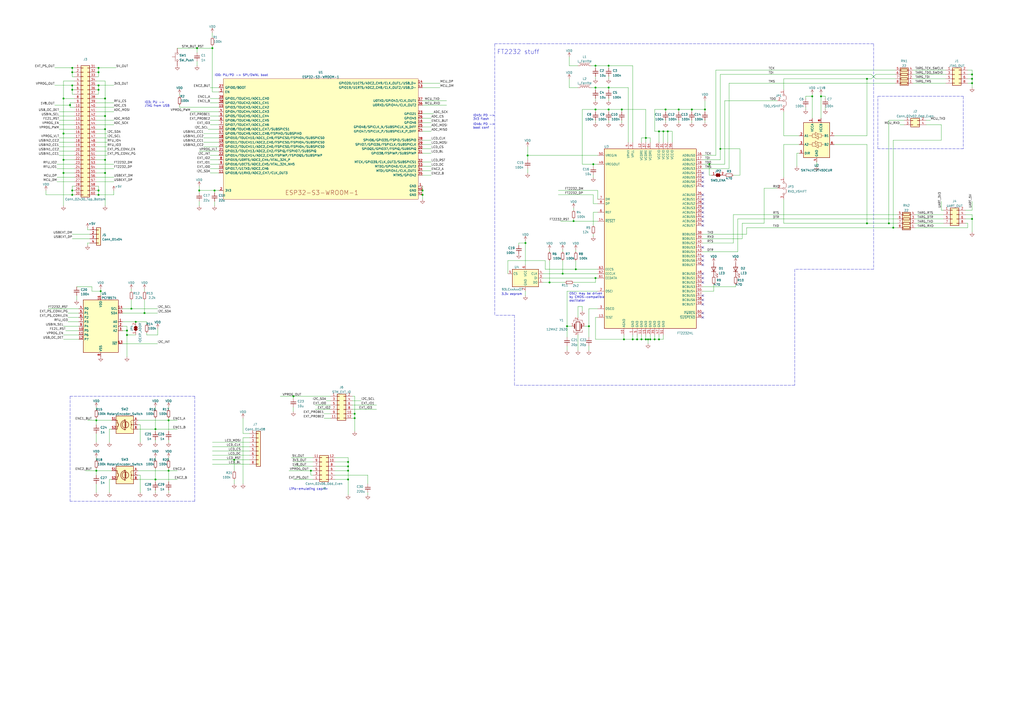
<source format=kicad_sch>
(kicad_sch (version 20211123) (generator eeschema)
  (paper "A2")
  (bus_alias "PSU_SECTION_SIGNALS" (members))
  (junction (at 36.83 100.33))
  (junction (at 76.2 179.07))
  (junction (at 124.46 110.49))
  (junction (at 563.88 48.26))
  (junction (at 382.27 196.85))
  (junction (at 41.91 39.37))
  (junction (at 304.8 140.97))
  (junction (at 374.65 196.85))
  (junction (at 332.74 128.27))
  (junction (at 476.25 55.88))
  (junction (at 563.88 43.18))
  (junction (at 245.11 113.03))
  (junction (at 123.19 27.94))
  (junction (at 318.77 163.83))
  (junction (at 353.06 38.1))
  (junction (at 384.81 76.2))
  (junction (at 57.15 41.91))
  (junction (at 57.15 39.37))
  (junction (at 515.62 129.54))
  (junction (at 417.83 86.36))
  (junction (at 114.3 27.94))
  (junction (at 58.42 168.91))
  (junction (at 382.27 76.2))
  (junction (at 387.35 76.2))
  (junction (at 41.91 52.07))
  (junction (at 57.15 110.49))
  (junction (at 386.08 63.5))
  (junction (at 563.88 127))
  (junction (at 367.03 196.85))
  (junction (at 36.83 77.47))
  (junction (at 73.66 194.31))
  (junction (at 379.73 196.85))
  (junction (at 341.63 189.23))
  (junction (at 201.93 267.97))
  (junction (at 55.88 273.05))
  (junction (at 374.65 80.01))
  (junction (at 411.48 95.25))
  (junction (at 361.95 196.85))
  (junction (at 353.06 63.5))
  (junction (at 73.66 191.77))
  (junction (at 518.16 132.08))
  (junction (at 345.44 161.29))
  (junction (at 334.01 156.21))
  (junction (at 41.91 41.91))
  (junction (at 245.11 110.49))
  (junction (at 60.96 67.31))
  (junction (at 201.93 278.13))
  (junction (at 369.57 196.85))
  (junction (at 201.93 270.51))
  (junction (at 36.83 57.15))
  (junction (at 60.96 74.93))
  (junction (at 57.15 49.53))
  (junction (at 401.32 63.5))
  (junction (at 115.57 110.49))
  (junction (at 328.93 189.23))
  (junction (at 41.91 110.49))
  (junction (at 97.79 273.05))
  (junction (at 408.94 63.5))
  (junction (at 78.74 186.69))
  (junction (at 205.74 240.03))
  (junction (at 60.96 100.33))
  (junction (at 41.91 49.53))
  (junction (at 90.17 278.13))
  (junction (at 344.17 95.25))
  (junction (at 375.92 196.85))
  (junction (at 83.82 181.61))
  (junction (at 135.89 266.7))
  (junction (at 306.07 90.17))
  (junction (at 90.17 248.92))
  (junction (at 502.92 129.54))
  (junction (at 170.18 229.87))
  (junction (at 326.39 158.75))
  (junction (at 180.34 273.05))
  (junction (at 345.44 50.8))
  (junction (at 57.15 113.03))
  (junction (at 471.17 55.88))
  (junction (at 377.19 196.85))
  (junction (at 563.88 45.72))
  (junction (at 205.74 242.57))
  (junction (at 393.7 63.5))
  (junction (at 502.92 45.72))
  (junction (at 353.06 50.8))
  (junction (at 40.64 60.96))
  (junction (at 360.68 63.5))
  (junction (at 36.83 92.71))
  (junction (at 345.44 63.5))
  (junction (at 57.15 52.07))
  (junction (at 372.11 196.85))
  (junction (at 55.88 243.84))
  (junction (at 201.93 273.05))
  (junction (at 97.79 243.84))
  (junction (at 41.91 113.03))
  (junction (at 345.44 38.1))
  (junction (at 60.96 57.15))
  (junction (at 60.96 92.71))
  (no_connect (at 407.67 176.53))
  (no_connect (at 407.67 153.67))
  (no_connect (at 407.67 158.75))
  (no_connect (at 407.67 161.29))
  (no_connect (at 407.67 163.83))
  (no_connect (at 407.67 171.45))
  (no_connect (at 407.67 173.99))
  (no_connect (at 407.67 100.33))
  (no_connect (at 407.67 102.87))
  (no_connect (at 407.67 105.41))
  (no_connect (at 407.67 107.95))
  (no_connect (at 407.67 113.03))
  (no_connect (at 407.67 115.57))
  (no_connect (at 407.67 118.11))
  (no_connect (at 407.67 120.65))
  (no_connect (at 407.67 123.19))
  (no_connect (at 407.67 125.73))
  (no_connect (at 407.67 128.27))
  (no_connect (at 407.67 130.81))
  (no_connect (at 407.67 143.51))
  (no_connect (at 407.67 148.59))
  (no_connect (at 407.67 151.13))
  (no_connect (at 407.67 181.61))
  (no_connect (at 407.67 184.15))
  (wire (pts (xy 294.64 151.13) (xy 294.64 158.75)))
  (wire (pts (xy 294.64 151.13) (xy 316.23 151.13)))
  (wire (pts (xy 58.42 167.64) (xy 58.42 168.91)))
  (wire (pts (xy 71.12 199.39) (xy 91.44 199.39)))
  (wire (pts (xy 182.88 237.49) (xy 191.77 237.49)))
  (wire (pts (xy 123.19 26.67) (xy 123.19 27.94)))
  (wire (pts (xy 73.66 194.31) (xy 73.66 207.01)))
  (wire (pts (xy 342.9 38.1) (xy 345.44 38.1)))
  (wire (pts (xy 345.44 38.1) (xy 353.06 38.1)))
  (wire (pts (xy 353.06 38.1) (xy 367.03 38.1)))
  (wire (pts (xy 127 62.23) (xy 104.14 62.23)))
  (wire (pts (xy 427.99 146.05) (xy 427.99 127)))
  (wire (pts (xy 83.82 181.61) (xy 91.44 181.61)))
  (wire (pts (xy 408.94 63.5) (xy 408.94 64.77)))
  (wire (pts (xy 411.48 101.6) (xy 412.75 101.6)))
  (wire (pts (xy 425.45 101.6) (xy 429.26 101.6)))
  (wire (pts (xy 194.31 278.13) (xy 201.93 278.13)))
  (wire (pts (xy 44.45 171.45) (xy 44.45 173.99)))
  (wire (pts (xy 55.88 271.78) (xy 55.88 273.05)))
  (wire (pts (xy 420.37 95.25) (xy 420.37 58.42)))
  (wire (pts (xy 454.66 45.72) (xy 502.92 45.72)))
  (wire (pts (xy 55.88 100.33) (xy 60.96 100.33)))
  (wire (pts (xy 85.09 186.69) (xy 85.09 187.96)))
  (wire (pts (xy 521.97 72.39) (xy 524.51 72.39)))
  (wire (pts (xy 407.67 166.37) (xy 426.72 166.37)))
  (wire (pts (xy 407.67 135.89) (xy 433.07 135.89)))
  (wire (pts (xy 360.68 63.5) (xy 360.68 64.77)))
  (wire (pts (xy 414.02 165.1) (xy 414.02 168.91)))
  (wire (pts (xy 345.44 57.15) (xy 345.44 58.42)))
  (wire (pts (xy 66.04 105.41) (xy 55.88 105.41)))
  (wire (pts (xy 41.91 41.91) (xy 43.18 41.91)))
  (wire (pts (xy 41.91 39.37) (xy 43.18 39.37)))
  (wire (pts (xy 110.49 64.77) (xy 127 64.77)))
  (wire (pts (xy 245.11 113.03) (xy 245.11 115.57)))
  (wire (pts (xy 316.23 151.13) (xy 316.23 156.21)))
  (wire (pts (xy 334.01 156.21) (xy 316.23 156.21)))
  (wire (pts (xy 346.71 156.21) (xy 334.01 156.21)))
  (wire (pts (xy 44.45 166.37) (xy 53.34 166.37)))
  (wire (pts (xy 245.11 48.26) (xy 255.27 48.26)))
  (wire (pts (xy 118.11 80.01) (xy 127 80.01)))
  (wire (pts (xy 80.01 275.59) (xy 81.28 275.59)))
  (wire (pts (xy 55.88 107.95) (xy 57.15 107.95)))
  (wire (pts (xy 55.88 41.91) (xy 57.15 41.91)))
  (wire (pts (xy 73.66 189.23) (xy 73.66 191.77)))
  (wire (pts (xy 127 53.34) (xy 123.19 53.34)))
  (wire (pts (xy 561.34 48.26) (xy 563.88 48.26)))
  (wire (pts (xy 374.65 80.01) (xy 377.19 80.01)))
  (wire (pts (xy 377.19 80.01) (xy 377.19 82.55)))
  (wire (pts (xy 50.8 243.84) (xy 55.88 243.84)))
  (wire (pts (xy 73.66 194.31) (xy 78.74 194.31)))
  (wire (pts (xy 40.64 62.23) (xy 40.64 60.96)))
  (wire (pts (xy 384.81 76.2) (xy 384.81 82.55)))
  (wire (pts (xy 102.87 248.92) (xy 90.17 248.92)))
  (wire (pts (xy 55.88 67.31) (xy 60.96 67.31)))
  (wire (pts (xy 41.91 113.03) (xy 41.91 110.49)))
  (wire (pts (xy 55.88 82.55) (xy 62.23 82.55)))
  (wire (pts (xy 55.88 59.69) (xy 66.04 59.69)))
  (wire (pts (xy 346.71 161.29) (xy 345.44 161.29)))
  (wire (pts (xy 245.11 68.58) (xy 250.19 68.58)))
  (wire (pts (xy 325.12 128.27) (xy 332.74 128.27)))
  (wire (pts (xy 45.72 184.15) (xy 39.37 184.15)))
  (wire (pts (xy 43.18 59.69) (xy 40.64 59.69)))
  (wire (pts (xy 55.88 273.05) (xy 55.88 275.59)))
  (wire (pts (xy 55.88 52.07) (xy 57.15 52.07)))
  (wire (pts (xy 102.87 243.84) (xy 97.79 243.84)))
  (wire (pts (xy 502.92 45.72) (xy 505.46 45.72)))
  (wire (pts (xy 502.92 45.72) (xy 502.92 78.74)))
  (wire (pts (xy 537.21 69.85) (xy 539.75 69.85)))
  (wire (pts (xy 36.83 57.15) (xy 43.18 57.15)))
  (wire (pts (xy 121.92 92.71) (xy 127 92.71)))
  (wire (pts (xy 430.53 138.43) (xy 430.53 129.54)))
  (wire (pts (xy 123.19 261.62) (xy 144.78 261.62)))
  (wire (pts (xy 135.89 278.13) (xy 135.89 280.67)))
  (wire (pts (xy 314.96 161.29) (xy 345.44 161.29)))
  (wire (pts (xy 344.17 95.25) (xy 344.17 96.52)))
  (wire (pts (xy 375.92 196.85) (xy 375.92 199.39)))
  (wire (pts (xy 377.19 194.31) (xy 377.19 196.85)))
  (wire (pts (xy 204.47 234.95) (xy 218.44 234.95)))
  (wire (pts (xy 407.67 140.97) (xy 425.45 140.97)))
  (wire (pts (xy 26.67 113.03) (xy 26.67 110.49)))
  (wire (pts (xy 454.66 102.87) (xy 454.66 83.82)))
  (wire (pts (xy 121.92 57.15) (xy 127 57.15)))
  (wire (pts (xy 63.5 278.13) (xy 63.5 285.75)))
  (wire (pts (xy 245.11 66.04) (xy 251.46 66.04)))
  (wire (pts (xy 344.17 102.87) (xy 344.17 101.6)))
  (wire (pts (xy 55.88 90.17) (xy 62.23 90.17)))
  (wire (pts (xy 60.96 67.31) (xy 60.96 57.15)))
  (wire (pts (xy 43.18 46.99) (xy 36.83 46.99)))
  (wire (pts (xy 121.92 95.25) (xy 127 95.25)))
  (wire (pts (xy 64.77 273.05) (xy 55.88 273.05)))
  (wire (pts (xy 245.11 88.9) (xy 250.19 88.9)))
  (wire (pts (xy 561.34 40.64) (xy 563.88 40.64)))
  (wire (pts (xy 563.88 40.64) (xy 563.88 43.18)))
  (wire (pts (xy 563.88 43.18) (xy 563.88 45.72)))
  (wire (pts (xy 563.88 45.72) (xy 563.88 48.26)))
  (wire (pts (xy 563.88 48.26) (xy 563.88 50.8)))
  (wire (pts (xy 345.44 50.8) (xy 345.44 52.07)))
  (wire (pts (xy 250.19 101.6) (xy 245.11 101.6)))
  (wire (pts (xy 55.88 110.49) (xy 57.15 110.49)))
  (wire (pts (xy 55.88 44.45) (xy 57.15 44.45)))
  (wire (pts (xy 167.64 273.05) (xy 180.34 273.05)))
  (wire (pts (xy 382.27 76.2) (xy 382.27 82.55)))
  (wire (pts (xy 384.81 76.2) (xy 382.27 76.2)))
  (wire (pts (xy 384.81 76.2) (xy 387.35 76.2)))
  (wire (pts (xy 389.89 76.2) (xy 387.35 76.2)))
  (wire (pts (xy 389.89 82.55) (xy 389.89 76.2)))
  (wire (pts (xy 194.31 265.43) (xy 201.93 265.43)))
  (wire (pts (xy 201.93 265.43) (xy 201.93 267.97)))
  (wire (pts (xy 201.93 267.97) (xy 201.93 270.51)))
  (wire (pts (xy 201.93 270.51) (xy 201.93 273.05)))
  (wire (pts (xy 201.93 273.05) (xy 201.93 278.13)))
  (wire (pts (xy 104.14 54.61) (xy 104.14 55.88)))
  (wire (pts (xy 41.91 52.07) (xy 41.91 54.61)))
  (wire (pts (xy 104.14 62.23) (xy 104.14 60.96)))
  (wire (pts (xy 314.96 158.75) (xy 326.39 158.75)))
  (wire (pts (xy 326.39 158.75) (xy 346.71 158.75)))
  (wire (pts (xy 194.31 273.05) (xy 201.93 273.05)))
  (wire (pts (xy 433.07 132.08) (xy 518.16 132.08)))
  (wire (pts (xy 518.16 132.08) (xy 520.7 132.08)))
  (wire (pts (xy 530.86 132.08) (xy 561.34 132.08)))
  (wire (pts (xy 170.18 229.87) (xy 170.18 231.14)))
  (wire (pts (xy 118.11 85.09) (xy 127 85.09)))
  (wire (pts (xy 90.17 285.75) (xy 90.17 284.48)))
  (wire (pts (xy 407.67 92.71) (xy 417.83 92.71)))
  (wire (pts (xy 330.2 50.8) (xy 335.28 50.8)))
  (wire (pts (xy 342.9 50.8) (xy 345.44 50.8)))
  (wire (pts (xy 345.44 50.8) (xy 353.06 50.8)))
  (wire (pts (xy 353.06 52.07) (xy 353.06 50.8)))
  (wire (pts (xy 353.06 58.42) (xy 353.06 57.15)))
  (wire (pts (xy 34.29 90.17) (xy 43.18 90.17)))
  (wire (pts (xy 102.87 27.94) (xy 114.3 27.94)))
  (wire (pts (xy 345.44 38.1) (xy 345.44 39.37)))
  (wire (pts (xy 55.88 80.01) (xy 62.23 80.01)))
  (wire (pts (xy 467.36 63.5) (xy 467.36 62.23)))
  (wire (pts (xy 55.88 280.67) (xy 55.88 285.75)))
  (wire (pts (xy 361.95 194.31) (xy 361.95 196.85)))
  (wire (pts (xy 334.01 151.13) (xy 334.01 156.21)))
  (wire (pts (xy 45.72 181.61) (xy 39.37 181.61)))
  (wire (pts (xy 36.83 196.85) (xy 45.72 196.85)))
  (wire (pts (xy 561.34 43.18) (xy 563.88 43.18)))
  (wire (pts (xy 344.17 113.03) (xy 344.17 118.11)))
  (wire (pts (xy 346.71 118.11) (xy 344.17 118.11)))
  (wire (pts (xy 407.67 138.43) (xy 430.53 138.43)))
  (wire (pts (xy 90.17 242.57) (xy 90.17 248.92)))
  (wire (pts (xy 560.07 124.46) (xy 563.88 124.46)))
  (wire (pts (xy 563.88 124.46) (xy 563.88 127)))
  (wire (pts (xy 408.94 71.12) (xy 408.94 69.85)))
  (wire (pts (xy 36.83 100.33) (xy 36.83 119.38)))
  (wire (pts (xy 55.88 74.93) (xy 60.96 74.93)))
  (wire (pts (xy 353.06 63.5) (xy 353.06 64.77)))
  (wire (pts (xy 34.29 67.31) (xy 43.18 67.31)))
  (wire (pts (xy 194.31 270.51) (xy 201.93 270.51)))
  (wire (pts (xy 204.47 232.41) (xy 209.55 232.41)))
  (wire (pts (xy 417.83 86.36) (xy 429.26 86.36)))
  (wire (pts (xy 429.26 86.36) (xy 429.26 101.6)))
  (wire (pts (xy 121.92 97.79) (xy 127 97.79)))
  (wire (pts (xy 38.1 191.77) (xy 45.72 191.77)))
  (wire (pts (xy 34.29 72.39) (xy 43.18 72.39)))
  (wire (pts (xy 386.08 63.5) (xy 386.08 64.77)))
  (wire (pts (xy 57.15 39.37) (xy 67.31 39.37)))
  (wire (pts (xy 63.5 248.92) (xy 63.5 256.54)))
  (wire (pts (xy 64.77 248.92) (xy 63.5 248.92)))
  (wire (pts (xy 90.17 248.92) (xy 80.01 248.92)))
  (wire (pts (xy 90.17 250.19) (xy 90.17 248.92)))
  (wire (pts (xy 90.17 256.54) (xy 90.17 255.27)))
  (wire (pts (xy 60.96 46.99) (xy 55.88 46.99)))
  (wire (pts (xy 417.83 43.18) (xy 505.46 43.18)))
  (wire (pts (xy 505.46 43.18) (xy 508 45.72)))
  (wire (pts (xy 318.77 144.78) (xy 318.77 146.05)))
  (wire (pts (xy 476.25 54.61) (xy 476.25 55.88)))
  (wire (pts (xy 115.57 87.63) (xy 127 87.63)))
  (wire (pts (xy 393.7 71.12) (xy 393.7 69.85)))
  (wire (pts (xy 411.48 95.25) (xy 420.37 95.25)))
  (wire (pts (xy 341.63 179.07) (xy 341.63 189.23)))
  (wire (pts (xy 341.63 189.23) (xy 339.09 189.23)))
  (wire (pts (xy 346.71 179.07) (xy 341.63 179.07)))
  (wire (pts (xy 34.29 69.85) (xy 43.18 69.85)))
  (wire (pts (xy 34.29 87.63) (xy 43.18 87.63)))
  (wire (pts (xy 170.18 229.87) (xy 191.77 229.87)))
  (wire (pts (xy 341.63 189.23) (xy 341.63 195.58)))
  (polyline (pts (xy 40.64 229.87) (xy 40.64 290.83)))
  (polyline (pts (xy 40.64 229.87) (xy 113.03 229.87)))
  (polyline (pts (xy 113.03 229.87) (xy 113.03 290.83)))
  (polyline (pts (xy 113.03 290.83) (xy 40.64 290.83)))
  (wire (pts (xy 115.57 107.95) (xy 115.57 110.49)))
  (wire (pts (xy 345.44 184.15) (xy 346.71 184.15)))
  (wire (pts (xy 345.44 196.85) (xy 345.44 184.15)))
  (wire (pts (xy 361.95 196.85) (xy 345.44 196.85)))
  (wire (pts (xy 367.03 196.85) (xy 361.95 196.85)))
  (wire (pts (xy 326.39 144.78) (xy 326.39 146.05)))
  (wire (pts (xy 250.19 71.12) (xy 245.11 71.12)))
  (wire (pts (xy 471.17 54.61) (xy 471.17 55.88)))
  (wire (pts (xy 426.72 165.1) (xy 426.72 166.37)))
  (wire (pts (xy 433.07 132.08) (xy 433.07 135.89)))
  (wire (pts (xy 123.19 269.24) (xy 144.78 269.24)))
  (wire (pts (xy 300.99 140.97) (xy 304.8 140.97)))
  (wire (pts (xy 300.99 142.24) (xy 300.99 140.97)))
  (wire (pts (xy 57.15 41.91) (xy 57.15 39.37)))
  (wire (pts (xy 407.67 146.05) (xy 427.99 146.05)))
  (wire (pts (xy 245.11 93.98) (xy 250.19 93.98)))
  (wire (pts (xy 60.96 100.33) (xy 60.96 92.71)))
  (wire (pts (xy 57.15 39.37) (xy 55.88 39.37)))
  (wire (pts (xy 314.96 163.83) (xy 318.77 163.83)))
  (wire (pts (xy 318.77 163.83) (xy 327.66 163.83)))
  (wire (pts (xy 332.74 163.83) (xy 345.44 163.83)))
  (wire (pts (xy 345.44 163.83) (xy 345.44 161.29)))
  (wire (pts (xy 55.88 251.46) (xy 55.88 256.54)))
  (wire (pts (xy 123.19 264.16) (xy 144.78 264.16)))
  (wire (pts (xy 454.66 83.82) (xy 463.55 83.82)))
  (wire (pts (xy 55.88 92.71) (xy 60.96 92.71)))
  (wire (pts (xy 36.83 57.15) (xy 36.83 46.99)))
  (wire (pts (xy 372.11 80.01) (xy 372.11 82.55)))
  (wire (pts (xy 374.65 80.01) (xy 372.11 80.01)))
  (wire (pts (xy 50.8 140.97) (xy 52.07 140.97)))
  (wire (pts (xy 245.11 76.2) (xy 250.19 76.2)))
  (wire (pts (xy 537.21 72.39) (xy 546.1 72.39)))
  (wire (pts (xy 245.11 83.82) (xy 250.19 83.82)))
  (wire (pts (xy 123.19 266.7) (xy 135.89 266.7)))
  (wire (pts (xy 330.2 33.02) (xy 330.2 38.1)))
  (wire (pts (xy 337.82 63.5) (xy 345.44 63.5)))
  (wire (pts (xy 337.82 95.25) (xy 337.82 63.5)))
  (wire (pts (xy 345.44 63.5) (xy 353.06 63.5)))
  (wire (pts (xy 353.06 63.5) (xy 360.68 63.5)))
  (wire (pts (xy 360.68 63.5) (xy 374.65 63.5)))
  (wire (pts (xy 374.65 63.5) (xy 374.65 80.01)))
  (wire (pts (xy 560.07 127) (xy 563.88 127)))
  (wire (pts (xy 563.88 127) (xy 563.88 134.62)))
  (wire (pts (xy 430.53 129.54) (xy 443.23 129.54)))
  (wire (pts (xy 443.23 109.22) (xy 450.85 109.22)))
  (wire (pts (xy 443.23 129.54) (xy 443.23 109.22)))
  (wire (pts (xy 483.87 83.82) (xy 502.92 83.82)))
  (wire (pts (xy 502.92 83.82) (xy 502.92 129.54)))
  (wire (pts (xy 205.74 240.03) (xy 205.74 242.57)))
  (wire (pts (xy 323.85 113.03) (xy 344.17 113.03)))
  (wire (pts (xy 57.15 49.53) (xy 66.04 49.53)))
  (wire (pts (xy 41.91 49.53) (xy 43.18 49.53)))
  (wire (pts (xy 546.1 121.92) (xy 547.37 121.92)))
  (wire (pts (xy 60.96 92.71) (xy 60.96 74.93)))
  (wire (pts (xy 55.88 72.39) (xy 66.04 72.39)))
  (wire (pts (xy 205.74 242.57) (xy 205.74 250.19)))
  (wire (pts (xy 41.91 39.37) (xy 31.75 39.37)))
  (wire (pts (xy 36.83 100.33) (xy 36.83 92.71)))
  (wire (pts (xy 335.28 194.31) (xy 335.28 203.2)))
  (wire (pts (xy 97.79 243.84) (xy 80.01 243.84)))
  (wire (pts (xy 97.79 250.19) (xy 97.79 243.84)))
  (wire (pts (xy 97.79 256.54) (xy 97.79 255.27)))
  (wire (pts (xy 170.18 238.76) (xy 170.18 236.22)))
  (wire (pts (xy 50.8 133.35) (xy 52.07 133.35)))
  (wire (pts (xy 57.15 52.07) (xy 57.15 49.53)))
  (wire (pts (xy 60.96 74.93) (xy 60.96 67.31)))
  (wire (pts (xy 332.74 128.27) (xy 346.71 128.27)))
  (wire (pts (xy 127 100.33) (xy 121.92 100.33)))
  (wire (pts (xy 97.79 273.05) (xy 80.01 273.05)))
  (wire (pts (xy 34.29 82.55) (xy 43.18 82.55)))
  (wire (pts (xy 561.34 45.72) (xy 563.88 45.72)))
  (wire (pts (xy 55.88 54.61) (xy 57.15 54.61)))
  (wire (pts (xy 367.03 38.1) (xy 367.03 82.55)))
  (wire (pts (xy 41.91 49.53) (xy 31.75 49.53)))
  (wire (pts (xy 508 43.18) (xy 519.43 43.18)))
  (wire (pts (xy 529.59 43.18) (xy 548.64 43.18)))
  (wire (pts (xy 123.19 259.08) (xy 144.78 259.08)))
  (wire (pts (xy 505.46 45.72) (xy 508 43.18)))
  (wire (pts (xy 304.8 168.91) (xy 304.8 171.45)))
  (wire (pts (xy 407.67 95.25) (xy 411.48 95.25)))
  (wire (pts (xy 83.82 173.99) (xy 83.82 181.61)))
  (wire (pts (xy 427.99 127) (xy 520.7 127)))
  (wire (pts (xy 530.86 127) (xy 547.37 127)))
  (wire (pts (xy 97.79 265.43) (xy 97.79 266.7)))
  (wire (pts (xy 213.36 287.02) (xy 213.36 285.75)))
  (polyline (pts (xy 306.07 25.4) (xy 506.73 25.4)))
  (polyline (pts (xy 461.01 156.21) (xy 461.01 223.52)))
  (polyline (pts (xy 461.01 223.52) (xy 298.45 223.52)))
  (polyline (pts (xy 506.73 25.4) (xy 506.73 156.21)))
  (polyline (pts (xy 506.73 156.21) (xy 461.01 156.21)))
  (wire (pts (xy 326.39 151.13) (xy 326.39 158.75)))
  (wire (pts (xy 123.19 27.94) (xy 123.19 53.34)))
  (wire (pts (xy 85.09 193.04) (xy 85.09 194.31)))
  (wire (pts (xy 102.87 273.05) (xy 97.79 273.05)))
  (wire (pts (xy 328.93 203.2) (xy 328.93 200.66)))
  (wire (pts (xy 90.17 265.43) (xy 90.17 266.7)))
  (wire (pts (xy 55.88 85.09) (xy 62.23 85.09)))
  (wire (pts (xy 140.97 254) (xy 140.97 280.67)))
  (wire (pts (xy 144.78 254) (xy 140.97 254)))
  (wire (pts (xy 40.64 60.96) (xy 31.75 60.96)))
  (wire (pts (xy 41.91 44.45) (xy 41.91 41.91)))
  (wire (pts (xy 328.93 189.23) (xy 328.93 195.58)))
  (wire (pts (xy 43.18 44.45) (xy 41.91 44.45)))
  (wire (pts (xy 483.87 78.74) (xy 502.92 78.74)))
  (wire (pts (xy 50.8 132.08) (xy 50.8 133.35)))
  (wire (pts (xy 386.08 71.12) (xy 386.08 69.85)))
  (wire (pts (xy 43.18 62.23) (xy 40.64 62.23)))
  (wire (pts (xy 344.17 135.89) (xy 344.17 137.16)))
  (wire (pts (xy 36.83 92.71) (xy 43.18 92.71)))
  (wire (pts (xy 454.66 64.77) (xy 454.66 78.74)))
  (wire (pts (xy 454.66 78.74) (xy 463.55 78.74)))
  (wire (pts (xy 121.92 90.17) (xy 127 90.17)))
  (wire (pts (xy 124.46 110.49) (xy 127 110.49)))
  (wire (pts (xy 91.44 194.31) (xy 91.44 190.5)))
  (wire (pts (xy 454.66 115.57) (xy 454.66 129.54)))
  (wire (pts (xy 135.89 273.05) (xy 135.89 266.7)))
  (wire (pts (xy 561.34 129.54) (xy 560.07 129.54)))
  (wire (pts (xy 561.34 132.08) (xy 561.34 129.54)))
  (wire (pts (xy 66.04 102.87) (xy 55.88 102.87)))
  (wire (pts (xy 245.11 110.49) (xy 245.11 113.03)))
  (wire (pts (xy 330.2 38.1) (xy 335.28 38.1)))
  (wire (pts (xy 245.11 107.95) (xy 245.11 110.49)))
  (wire (pts (xy 97.79 285.75) (xy 97.79 284.48)))
  (wire (pts (xy 205.74 242.57) (xy 204.47 242.57)))
  (wire (pts (xy 345.44 71.12) (xy 345.44 69.85)))
  (wire (pts (xy 515.62 129.54) (xy 520.7 129.54)))
  (wire (pts (xy 530.86 129.54) (xy 547.37 129.54)))
  (wire (pts (xy 76.2 167.64) (xy 76.2 168.91)))
  (wire (pts (xy 401.32 71.12) (xy 401.32 69.85)))
  (wire (pts (xy 121.92 67.31) (xy 127 67.31)))
  (wire (pts (xy 367.03 196.85) (xy 367.03 194.31)))
  (wire (pts (xy 369.57 196.85) (xy 367.03 196.85)))
  (wire (pts (xy 372.11 196.85) (xy 369.57 196.85)))
  (wire (pts (xy 374.65 196.85) (xy 372.11 196.85)))
  (wire (pts (xy 375.92 196.85) (xy 374.65 196.85)))
  (wire (pts (xy 377.19 196.85) (xy 375.92 196.85)))
  (wire (pts (xy 379.73 196.85) (xy 377.19 196.85)))
  (wire (pts (xy 382.27 196.85) (xy 379.73 196.85)))
  (wire (pts (xy 384.81 194.31) (xy 384.81 196.85)))
  (wire (pts (xy 384.81 196.85) (xy 382.27 196.85)))
  (wire (pts (xy 374.65 194.31) (xy 374.65 196.85)))
  (wire (pts (xy 53.34 166.37) (xy 53.34 168.91)))
  (wire (pts (xy 58.42 168.91) (xy 58.42 171.45)))
  (wire (pts (xy 471.17 55.88) (xy 471.17 68.58)))
  (wire (pts (xy 369.57 194.31) (xy 369.57 196.85)))
  (wire (pts (xy 162.56 229.87) (xy 170.18 229.87)))
  (wire (pts (xy 71.12 191.77) (xy 73.66 191.77)))
  (wire (pts (xy 55.88 87.63) (xy 62.23 87.63)))
  (wire (pts (xy 323.85 110.49) (xy 346.71 110.49)))
  (wire (pts (xy 41.91 135.89) (xy 52.07 135.89)))
  (wire (pts (xy 560.07 121.92) (xy 563.88 121.92)))
  (wire (pts (xy 563.88 116.84) (xy 563.88 121.92)))
  (wire (pts (xy 124.46 110.49) (xy 124.46 111.76)))
  (wire (pts (xy 55.88 95.25) (xy 66.04 95.25)))
  (wire (pts (xy 43.18 110.49) (xy 41.91 110.49)))
  (wire (pts (xy 337.82 177.8) (xy 335.28 177.8)))
  (wire (pts (xy 337.82 180.34) (xy 337.82 177.8)))
  (wire (pts (xy 345.44 63.5) (xy 345.44 64.77)))
  (wire (pts (xy 64.77 278.13) (xy 63.5 278.13)))
  (wire (pts (xy 90.17 271.78) (xy 90.17 278.13)))
  (wire (pts (xy 204.47 229.87) (xy 205.74 229.87)))
  (wire (pts (xy 205.74 229.87) (xy 205.74 240.03)))
  (wire (pts (xy 57.15 113.03) (xy 55.88 113.03)))
  (wire (pts (xy 118.11 77.47) (xy 127 77.47)))
  (wire (pts (xy 90.17 236.22) (xy 90.17 237.49)))
  (wire (pts (xy 55.88 265.43) (xy 55.88 266.7)))
  (wire (pts (xy 181.61 278.13) (xy 170.18 278.13)))
  (wire (pts (xy 180.34 275.59) (xy 180.34 273.05)))
  (wire (pts (xy 181.61 275.59) (xy 180.34 275.59)))
  (wire (pts (xy 344.17 130.81) (xy 344.17 123.19)))
  (wire (pts (xy 97.79 242.57) (xy 97.79 243.84)))
  (wire (pts (xy 36.83 189.23) (xy 45.72 189.23)))
  (wire (pts (xy 57.15 54.61) (xy 57.15 52.07)))
  (wire (pts (xy 36.83 194.31) (xy 45.72 194.31)))
  (wire (pts (xy 462.28 88.9) (xy 463.55 88.9)))
  (wire (pts (xy 462.28 96.52) (xy 462.28 88.9)))
  (wire (pts (xy 127 74.93) (xy 120.65 74.93)))
  (wire (pts (xy 123.19 256.54) (xy 144.78 256.54)))
  (wire (pts (xy 330.2 45.72) (xy 330.2 50.8)))
  (wire (pts (xy 476.25 55.88) (xy 476.25 68.58)))
  (wire (pts (xy 478.79 55.88) (xy 476.25 55.88)))
  (wire (pts (xy 408.94 58.42) (xy 408.94 63.5)))
  (wire (pts (xy 407.67 97.79) (xy 422.91 97.79)))
  (wire (pts (xy 55.88 57.15) (xy 60.96 57.15)))
  (wire (pts (xy 194.31 267.97) (xy 201.93 267.97)))
  (wire (pts (xy 245.11 50.8) (xy 255.27 50.8)))
  (wire (pts (xy 181.61 265.43) (xy 168.91 265.43)))
  (wire (pts (xy 467.36 55.88) (xy 471.17 55.88)))
  (wire (pts (xy 467.36 57.15) (xy 467.36 55.88)))
  (wire (pts (xy 201.93 278.13) (xy 201.93 287.02)))
  (wire (pts (xy 43.18 102.87) (xy 33.02 102.87)))
  (wire (pts (xy 417.83 43.18) (xy 417.83 86.36)))
  (wire (pts (xy 417.83 86.36) (xy 417.83 92.71)))
  (wire (pts (xy 71.12 179.07) (xy 76.2 179.07)))
  (wire (pts (xy 45.72 186.69) (xy 39.37 186.69)))
  (wire (pts (xy 420.37 58.42) (xy 450.85 58.42)))
  (wire (pts (xy 50.8 142.24) (xy 50.8 140.97)))
  (wire (pts (xy 187.96 240.03) (xy 191.77 240.03)))
  (wire (pts (xy 181.61 270.51) (xy 170.18 270.51)))
  (wire (pts (xy 55.88 64.77) (xy 66.04 64.77)))
  (wire (pts (xy 66.04 113.03) (xy 57.15 113.03)))
  (wire (pts (xy 344.17 123.19) (xy 346.71 123.19)))
  (wire (pts (xy 127 50.8) (xy 121.92 50.8)))
  (wire (pts (xy 245.11 96.52) (xy 250.19 96.52)))
  (polyline (pts (xy 287.02 25.4) (xy 287.02 182.88)))
  (polyline (pts (xy 287.02 25.4) (xy 306.07 25.4)))
  (polyline (pts (xy 298.45 182.88) (xy 287.02 182.88)))
  (wire (pts (xy 115.57 110.49) (xy 124.46 110.49)))
  (wire (pts (xy 245.11 81.28) (xy 250.19 81.28)))
  (wire (pts (xy 372.11 194.31) (xy 372.11 196.85)))
  (wire (pts (xy 34.29 85.09) (xy 43.18 85.09)))
  (wire (pts (xy 245.11 58.42) (xy 259.08 58.42)))
  (wire (pts (xy 415.29 90.17) (xy 415.29 40.64)))
  (wire (pts (xy 415.29 40.64) (xy 519.43 40.64)))
  (wire (pts (xy 529.59 40.64) (xy 548.64 40.64)))
  (wire (pts (xy 34.29 80.01) (xy 43.18 80.01)))
  (wire (pts (xy 334.01 144.78) (xy 334.01 146.05)))
  (wire (pts (xy 121.92 69.85) (xy 127 69.85)))
  (wire (pts (xy 353.06 71.12) (xy 353.06 69.85)))
  (wire (pts (xy 306.07 90.17) (xy 346.71 90.17)))
  (polyline (pts (xy 509.27 55.88) (xy 558.8 55.88)))
  (polyline (pts (xy 509.27 86.36) (xy 509.27 55.88)))
  (polyline (pts (xy 558.8 55.88) (xy 558.8 86.36)))
  (polyline (pts (xy 558.8 86.36) (xy 509.27 86.36)))
  (wire (pts (xy 55.88 77.47) (xy 62.23 77.47)))
  (wire (pts (xy 55.88 62.23) (xy 66.04 62.23)))
  (wire (pts (xy 43.18 95.25) (xy 33.02 95.25)))
  (wire (pts (xy 60.96 57.15) (xy 60.96 46.99)))
  (wire (pts (xy 407.67 168.91) (xy 414.02 168.91)))
  (wire (pts (xy 118.11 82.55) (xy 127 82.55)))
  (wire (pts (xy 379.73 194.31) (xy 379.73 196.85)))
  (wire (pts (xy 425.45 124.46) (xy 425.45 140.97)))
  (wire (pts (xy 41.91 138.43) (xy 52.07 138.43)))
  (wire (pts (xy 121.92 59.69) (xy 127 59.69)))
  (wire (pts (xy 546.1 116.84) (xy 546.1 121.92)))
  (wire (pts (xy 364.49 82.55) (xy 364.49 50.8)))
  (wire (pts (xy 115.57 116.84) (xy 115.57 119.38)))
  (wire (pts (xy 181.61 267.97) (xy 170.18 267.97)))
  (wire (pts (xy 49.53 273.05) (xy 55.88 273.05)))
  (wire (pts (xy 57.15 44.45) (xy 57.15 41.91)))
  (wire (pts (xy 57.15 107.95) (xy 57.15 110.49)))
  (wire (pts (xy 345.44 44.45) (xy 345.44 45.72)))
  (wire (pts (xy 508 45.72) (xy 519.43 45.72)))
  (wire (pts (xy 529.59 45.72) (xy 548.64 45.72)))
  (wire (pts (xy 97.79 236.22) (xy 97.79 237.49)))
  (wire (pts (xy 124.46 116.84) (xy 124.46 119.38)))
  (wire (pts (xy 26.67 113.03) (xy 41.91 113.03)))
  (wire (pts (xy 73.66 191.77) (xy 73.66 194.31)))
  (wire (pts (xy 478.79 57.15) (xy 478.79 55.88)))
  (wire (pts (xy 64.77 243.84) (xy 55.88 243.84)))
  (wire (pts (xy 36.83 92.71) (xy 36.83 77.47)))
  (wire (pts (xy 181.61 273.05) (xy 180.34 273.05)))
  (wire (pts (xy 36.83 77.47) (xy 36.83 57.15)))
  (wire (pts (xy 97.79 279.4) (xy 97.79 273.05)))
  (wire (pts (xy 36.83 77.47) (xy 43.18 77.47)))
  (wire (pts (xy 518.16 132.08) (xy 518.16 81.28)))
  (wire (pts (xy 78.74 186.69) (xy 85.09 186.69)))
  (wire (pts (xy 55.88 242.57) (xy 55.88 243.84)))
  (wire (pts (xy 55.88 243.84) (xy 55.88 246.38)))
  (wire (pts (xy 191.77 232.41) (xy 189.23 232.41)))
  (wire (pts (xy 41.91 54.61) (xy 43.18 54.61)))
  (wire (pts (xy 245.11 86.36) (xy 250.19 86.36)))
  (wire (pts (xy 382.27 194.31) (xy 382.27 196.85)))
  (wire (pts (xy 40.64 60.96) (xy 40.64 59.69)))
  (wire (pts (xy 34.29 74.93) (xy 43.18 74.93)))
  (wire (pts (xy 374.65 80.01) (xy 374.65 82.55)))
  (wire (pts (xy 204.47 237.49) (xy 218.44 237.49)))
  (wire (pts (xy 306.07 85.09) (xy 306.07 90.17)))
  (wire (pts (xy 306.07 90.17) (xy 306.07 92.71)))
  (wire (pts (xy 306.07 97.79) (xy 306.07 100.33)))
  (wire (pts (xy 344.17 95.25) (xy 337.82 95.25)))
  (wire (pts (xy 346.71 95.25) (xy 344.17 95.25)))
  (wire (pts (xy 393.7 63.5) (xy 393.7 64.77)))
  (wire (pts (xy 43.18 107.95) (xy 41.91 107.95)))
  (wire (pts (xy 515.62 69.85) (xy 524.51 69.85)))
  (wire (pts (xy 515.62 129.54) (xy 515.62 69.85)))
  (wire (pts (xy 454.66 129.54) (xy 502.92 129.54)))
  (wire (pts (xy 502.92 129.54) (xy 515.62 129.54)))
  (wire (pts (xy 43.18 100.33) (xy 36.83 100.33)))
  (wire (pts (xy 55.88 69.85) (xy 66.04 69.85)))
  (wire (pts (xy 55.88 236.22) (xy 55.88 237.49)))
  (wire (pts (xy 353.06 50.8) (xy 364.49 50.8)))
  (wire (pts (xy 123.19 19.05) (xy 123.19 21.59)))
  (wire (pts (xy 353.06 38.1) (xy 353.06 39.37)))
  (wire (pts (xy 57.15 110.49) (xy 57.15 113.03)))
  (wire (pts (xy 194.31 275.59) (xy 213.36 275.59)))
  (wire (pts (xy 114.3 27.94) (xy 123.19 27.94)))
  (wire (pts (xy 213.36 275.59) (xy 213.36 280.67)))
  (wire (pts (xy 66.04 110.49) (xy 66.04 113.03)))
  (wire (pts (xy 304.8 139.7) (xy 304.8 140.97)))
  (wire (pts (xy 304.8 140.97) (xy 304.8 153.67)))
  (wire (pts (xy 85.09 194.31) (xy 91.44 194.31)))
  (wire (pts (xy 379.73 63.5) (xy 379.73 76.2)))
  (wire (pts (xy 379.73 76.2) (xy 382.27 76.2)))
  (wire (pts (xy 386.08 63.5) (xy 379.73 63.5)))
  (wire (pts (xy 401.32 63.5) (xy 401.32 64.77)))
  (wire (pts (xy 80.01 246.38) (xy 81.28 246.38)))
  (wire (pts (xy 81.28 246.38) (xy 81.28 256.54)))
  (wire (pts (xy 41.91 41.91) (xy 41.91 39.37)))
  (wire (pts (xy 81.28 275.59) (xy 81.28 285.75)))
  (wire (pts (xy 76.2 173.99) (xy 76.2 179.07)))
  (wire (pts (xy 245.11 60.96) (xy 259.08 60.96)))
  (wire (pts (xy 57.15 49.53) (xy 55.88 49.53)))
  (wire (pts (xy 335.28 177.8) (xy 335.28 184.15)))
  (wire (pts (xy 318.77 151.13) (xy 318.77 163.83)))
  (wire (pts (xy 353.06 45.72) (xy 353.06 44.45)))
  (wire (pts (xy 115.57 110.49) (xy 115.57 111.76)))
  (wire (pts (xy 387.35 76.2) (xy 387.35 82.55)))
  (wire (pts (xy 328.93 168.91) (xy 328.93 189.23)))
  (wire (pts (xy 328.93 189.23) (xy 331.47 189.23)))
  (wire (pts (xy 346.71 168.91) (xy 328.93 168.91)))
  (wire (pts (xy 360.68 71.12) (xy 360.68 69.85)))
  (wire (pts (xy 422.91 48.26) (xy 519.43 48.26)))
  (wire (pts (xy 422.91 97.79) (xy 422.91 48.26)))
  (wire (pts (xy 529.59 48.26) (xy 548.64 48.26)))
  (wire (pts (xy 90.17 279.4) (xy 90.17 278.13)))
  (wire (pts (xy 114.3 27.94) (xy 114.3 30.48)))
  (wire (pts (xy 114.3 35.56) (xy 114.3 38.1)))
  (wire (pts (xy 386.08 63.5) (xy 393.7 63.5)))
  (wire (pts (xy 393.7 63.5) (xy 401.32 63.5)))
  (wire (pts (xy 401.32 63.5) (xy 408.94 63.5)))
  (wire (pts (xy 187.96 242.57) (xy 191.77 242.57)))
  (wire (pts (xy 83.82 167.64) (xy 83.82 168.91)))
  (wire (pts (xy 102.87 278.13) (xy 90.17 278.13)))
  (wire (pts (xy 407.67 90.17) (xy 415.29 90.17)))
  (polyline (pts (xy 298.45 182.88) (xy 298.45 223.52)))
  (wire (pts (xy 182.88 234.95) (xy 191.77 234.95)))
  (wire (pts (xy 332.74 120.65) (xy 332.74 121.92)))
  (wire (pts (xy 332.74 127) (xy 332.74 128.27)))
  (wire (pts (xy 53.34 168.91) (xy 58.42 168.91)))
  (wire (pts (xy 76.2 179.07) (xy 91.44 179.07)))
  (wire (pts (xy 478.79 63.5) (xy 478.79 62.23)))
  (wire (pts (xy 546.1 72.39) (xy 546.1 81.28)))
  (wire (pts (xy 546.1 81.28) (xy 518.16 81.28)))
  (wire (pts (xy 411.48 95.25) (xy 411.48 101.6)))
  (wire (pts (xy 43.18 97.79) (xy 33.02 97.79)))
  (wire (pts (xy 204.47 240.03) (xy 205.74 240.03)))
  (wire (pts (xy 41.91 49.53) (xy 41.91 52.07)))
  (wire (pts (xy 144.78 266.7) (xy 135.89 266.7)))
  (wire (pts (xy 473.71 93.98) (xy 473.71 96.52)))
  (wire (pts (xy 90.17 278.13) (xy 80.01 278.13)))
  (wire (pts (xy 425.45 124.46) (xy 520.7 124.46)))
  (wire (pts (xy 530.86 124.46) (xy 547.37 124.46)))
  (wire (pts (xy 34.29 64.77) (xy 43.18 64.77)))
  (wire (pts (xy 140.97 242.57) (xy 140.97 251.46)))
  (wire (pts (xy 144.78 251.46) (xy 140.97 251.46)))
  (wire (pts (xy 71.12 189.23) (xy 73.66 189.23)))
  (wire (pts (xy 71.12 181.61) (xy 83.82 181.61)))
  (wire (pts (xy 43.18 105.41) (xy 33.02 105.41)))
  (wire (pts (xy 41.91 110.49) (xy 41.91 107.95)))
  (wire (pts (xy 41.91 52.07) (xy 43.18 52.07)))
  (wire (pts (xy 60.96 100.33) (xy 60.96 119.38)))
  (wire (pts (xy 454.66 45.72) (xy 454.66 52.07)))
  (wire (pts (xy 346.71 110.49) (xy 346.71 115.57)))
  (wire (pts (xy 121.92 72.39) (xy 127 72.39)))
  (wire (pts (xy 71.12 186.69) (xy 78.74 186.69)))
  (wire (pts (xy 97.79 271.78) (xy 97.79 273.05)))
  (wire (pts (xy 341.63 203.2) (xy 341.63 200.66)))
  (wire (pts (xy 43.18 113.03) (xy 41.91 113.03)))
  (wire (pts (xy 245.11 73.66) (xy 250.19 73.66)))
  (wire (pts (xy 250.19 99.06) (xy 245.11 99.06)))
  (wire (pts (xy 27.94 179.07) (xy 45.72 179.07)))
  (wire (pts (xy 55.88 97.79) (xy 66.04 97.79)))
  (text "IO0: PU/PD -> SPI/DWNL boot" (at 124.46 44.45 0) (effects (font (size 1.27 1.27)) (justify left bottom)))
  (text "IO45: PD -> \n3V3 flash\n" (at 274.32 69.85 0) (effects (font (size 1.27 1.27)) (justify left bottom)))
  (text "IO3: PU -> \nJTAG from USB" (at 83.82 62.23 0) (effects (font (size 1.27 1.27)) (justify left bottom)))
  (text "IO46: PD -> \nboot conf\n" (at 274.32 74.93 0) (effects (font (size 1.27 1.27)) (justify left bottom)))
  (text "3.3v eeprom" (at 290.83 171.45 0) (effects (font (size 1.27 1.27)) (justify left bottom)))
  (text "LiPo-emulating cap->" (at 167.64 284.48 0) (effects (font (size 1.27 1.27)) (justify left bottom)))
  (text "FT2232 stuff" (at 288.29 31.75 0) (effects (font (size 2.54 2.54)) (justify left bottom)))
  (text "OSCI may be driven\nby CMOS-compatible\noscillator" (at 330.2 175.26 0) (effects (font (size 1.27 1.27)) (justify left bottom)))
  (label "ENC2_B" (at 101.1751 278.13 0))
  (label "ADC_CS" (at 250.19 68.58 0))
  (label "LCD_MOSI" (at 250.19 83.82 0))
  (label "FE21_RST" (at 34.29 69.85 180))
  (label "UART_5V" (at 563.88 120.65 90))
  (label "ENC2_A" (at 100.33 273.05 0))
  (label "TDI" (at 445.77 43.18 0))
  (label "RFU_IO4" (at 62.23 82.55 0))
  (label "USBIN2_CC1" (at 34.29 85.09 180))
  (label "RXD" (at 410.21 138.43 0))
  (label "LCD_BL" (at 250.19 88.9 0))
  (label "FT2232_RST" (at 39.37 179.07 180))
  (label "RFU_IO3" (at 62.23 85.09 0))
  (label "I2C_SDA" (at 91.44 181.61 0))
  (label "MCU_TXD" (at 539.75 69.85 0))
  (label "EXT_IO0" (at 121.92 97.79 180))
  (label "ENC1_BUT" (at 53.34 243.84 180))
  (label "I2C_SCL" (at 91.44 179.07 0))
  (label "FT2232_DM" (at 66.04 95.25 0))
  (label "VPROG_EN" (at 34.29 72.39 180))
  (label "ADC_MISO" (at 66.04 69.85 0))
  (label "EXT_PS_CONV_EN" (at 39.37 184.15 180))
  (label "5V_OUT" (at 67.31 39.37 0))
  (label "ADC_SCK" (at 66.04 72.39 0))
  (label "USBIN2_CC2" (at 118.11 85.09 180))
  (label "USBIN2_CC2" (at 34.29 82.55 180))
  (label "TMS" (at 408.94 97.79 0))
  (label "MCU_RXD" (at 521.97 72.39 180))
  (label "I2C_SCL" (at 120.65 74.93 180))
  (label "I2C_SCL" (at 209.55 232.41 0))
  (label "TDO" (at 408.94 95.25 0))
  (label "USBIN_SEL" (at 36.83 189.23 180))
  (label "EXT_IO3" (at 215.9 237.49 180))
  (label "DTR" (at 410.21 146.05 0))
  (label "RFU_CS" (at 66.04 59.69 0))
  (label "RTS" (at 448.31 124.46 0))
  (label "USBEXT_DM" (at 41.91 135.89 180))
  (label "I2C_SCL" (at 62.23 80.01 0))
  (label "USBIN1_CC1" (at 34.29 90.17 180))
  (label "ENC1_BUT" (at 250.19 71.12 0))
  (label "EXT_PS_CONV_PG" (at 62.23 90.17 0))
  (label "EXT_IO0" (at 189.23 234.95 180))
  (label "VPROG_OUT" (at 163.83 229.87 0))
  (label "FT2232_DM" (at 327.66 110.49 0))
  (label "LCD_CLK" (at 139.7 259.08 180))
  (label "TARG_TCK_SWCLK" (at 530.86 40.64 0))
  (label "MCU_DP" (at 33.02 102.87 180))
  (label "I2C_SDA" (at 62.23 77.47 0))
  (label "EXT_PROBE1" (at 187.96 240.03 180))
  (label "I2C_INT" (at 91.44 199.39 0))
  (label "ENC1_A" (at 121.92 57.15 180))
  (label "MCU_RXD" (at 246.38 60.96 0))
  (label "LCD_CS" (at 139.7 261.62 180))
  (label "VPROG_VLT" (at 34.29 80.01 180))
  (label "USBIN_SEL" (at 34.29 67.31 180))
  (label "EXT_PS_CONV_PG" (at 39.37 181.61 180))
  (label "1V8_OUT" (at 31.75 60.96 180))
  (label "ADC_MOSI" (at 66.04 64.77 0))
  (label "DTR" (at 448.31 127 0))
  (label "VPROG_VLT" (at 115.57 87.63 0))
  (label "USB_OC_DET" (at 34.29 64.77 180))
  (label "TARG_TXD" (at 532.13 129.54 0))
  (label "1V8_OUT" (at 177.8 270.51 180))
  (label "TMS" (at 445.77 48.26 0))
  (label "LCD_CLK" (at 250.19 81.28 0))
  (label "I2C_SDA" (at 189.23 232.41 180))
  (label "EXT_IO2" (at 184.15 237.49 0))
  (label "ENC1_B" (at 121.92 59.69 180))
  (label "FT2232_DP" (at 327.66 113.03 0))
  (label "ADC_SCK" (at 251.46 66.04 0))
  (label "FT2232_RST" (at 330.2 128.27 180))
  (label "EXT_IO1" (at 209.55 234.95 0))
  (label "MCU_TXD" (at 246.38 58.42 0))
  (label "TARG_RTS" (at 532.13 124.46 0))
  (label "USBEXT_DP" (at 66.04 105.41 0))
  (label "LCD_DC" (at 139.7 264.16 180))
  (label "FE21_RST" (at 38.1 191.77 180))
  (label "LCD_CS" (at 250.19 86.36 0))
  (label "USBEXT_DM" (at 66.04 102.87 0))
  (label "3V3_OUT" (at 177.8 267.97 180))
  (label "3V3_OUT" (at 66.04 49.53 0))
  (label "ADC_CS" (at 66.04 62.23 0))
  (label "ENC2_BUT" (at 53.34 273.05 180))
  (label "EXT_IO3" (at 121.92 72.39 180))
  (label "LCD_DC" (at 250.19 96.52 0))
  (label "ADC_MISO" (at 250.19 76.2 0))
  (label "USBIN2_CC1" (at 118.11 82.55 180))
  (label "USBEXT_DP" (at 41.91 138.43 180))
  (label "EXT_PS_OUT" (at 31.75 39.37 180))
  (label "VPROG_EN" (at 36.83 194.31 180))
  (label "ADC_MOSI" (at 250.19 73.66 0))
  (label "MCU_DM" (at 255.27 50.8 0))
  (label "TARG_TMS" (at 530.86 48.26 0))
  (label "LCD_RST" (at 139.7 266.7 180))
  (label "TCK" (at 445.77 40.64 0))
  (label "I2C_INT" (at 121.92 90.17 180))
  (label "TDO" (at 446.405 58.42 0))
  (label "ENC1_A" (at 100.33 243.84 0))
  (label "USBIN1_CC2" (at 34.29 87.63 180))
  (label "ENC2_B" (at 250.19 101.6 0))
  (label "I2C_SDA" (at 121.92 100.33 180))
  (label "ENC1_B" (at 100.33 248.92 0))
  (label "RTS" (at 410.21 140.97 0))
  (label "EXT_PROBE1" (at 121.92 67.31 180))
  (label "TCK" (at 408.94 90.17 0))
  (label "EXT_PROBE2" (at 187.96 242.57 180))
  (label "ENC2_BUT" (at 121.92 50.8 180))
  (label "VPROG_OUT" (at 179.07 273.05 180))
  (label "UART_3V3" (at 546.1 120.65 90))
  (label "EXT_PS_OUT" (at 179.07 278.13 180))
  (label "EXT_IO2" (at 121.92 92.71 180))
  (label "VPROG_PWM" (at 110.49 64.77 180))
  (label "MCU_DP" (at 255.27 48.26 0))
  (label "RFU_IO2" (at 33.02 95.25 180))
  (label "USBIN1_CC2" (at 118.11 80.01 180))
  (label "STM_BUT_RST" (at 105.41 27.94 0))
  (label "TARG_RXD" (at 532.13 132.08 0))
  (label "LCD_RST" (at 250.19 93.98 0))
  (label "TARG_TDO_SWDIO" (at 530.86 43.18 0))
  (label "FT2232_DP" (at 66.04 97.79 0))
  (label "RXD" (at 448.31 109.22 0))
  (label "LCD_MOSI" (at 139.7 256.54 180))
  (label "VPROG_PWM" (at 34.29 74.93 180))
  (label "RFU_IO3" (at 39.37 186.69 180))
  (label "RFU_IO1" (at 33.02 97.79 180))
  (label "5V_OUT" (at 176.53 265.43 180))
  (label "TXD" (at 448.31 132.08 0))
  (label "LCD_BL" (at 139.7 269.24 180))
  (label "TARG_TDI" (at 530.86 45.72 0))
  (label "EXT_PROBE2" (at 121.92 69.85 180))
  (label "USBIN1_CC1" (at 118.11 77.47 180))
  (label "EXT_IO1" (at 121.92 95.25 180))
  (label "TDI" (at 408.94 92.71 0))
  (label "MCU_DM" (at 33.02 105.41 180))
  (label "TARG_DTR" (at 532.13 127 0))
  (label "ENC2_A" (at 250.19 99.06 0))
  (label "TXD" (at 410.21 135.89 0))
  (label "USB_OC_DET" (at 36.83 196.85 180))
  (label "EXT_PS_CONV_EN" (at 62.23 87.63 0))
  (label "VPROG_OUT" (at 31.75 49.53 180))
  (symbol (lib_id "Device:C_Small") (at 124.46 114.3 0) (unit 1)
    (property "Reference" "C18" (at 126.7841 113.3978 0) (effects (justify left)))
    (property "Value" "22u" (at 126.7841 116.1729 0) (effects (justify left)))
    (property "Footprint" "Capacitor_SMD:C_0805_2012Metric" (effects hide))
  )
  (symbol (lib_id "Device:C_Small") (at 170.18 233.68 0) (unit 1)
    (property "Reference" "C23" (at 172.5041 232.7715 0) (effects (justify left)))
    (property "Value" "10u" (at 172.5041 235.5466 0) (effects (justify left)))
    (property "Footprint" "Capacitor_SMD:C_0805_2012Metric" (effects hide))
  )
  (symbol (lib_id "Device:C_Small") (at 115.57 114.3 0) (unit 1)
    (property "Reference" "C17" (at 117.8941 113.3978 0) (effects (justify left)))
    (property "Value" "22u" (at 117.8941 116.1729 0) (effects (justify left)))
    (property "Footprint" "Capacitor_SMD:C_0805_2012Metric" (effects hide))
  )
  (symbol (lib_id "power:GND") (at 140.97 280.67 0) (mirror y) (unit 1)
    (property "Reference" "#PWR077" (effects hide))
    (property "Value" "GND" (effects hide))
  )
  (symbol (lib_id "power:GND") (at 81.28 285.75 0) (mirror y) (unit 1)
    (property "Reference" "#PWR080" (effects hide))
    (property "Value" "GND" (effects hide))
  )
  (symbol (lib_id "power:GND") (at 213.36 287.02 0) (unit 1)
    (property "Reference" "#PWR084" (effects hide))
    (property "Value" "GND" (effects hide))
  )
  (symbol (lib_id "power:GND") (at 344.17 102.87 0) (unit 1)
    (property "Reference" "#PWR028" (effects hide))
    (property "Value" "GND" (effects hide))
  )
  (symbol (lib_id "power:VDD") (at 104.14 54.61 0) (unit 1)
    (property "Reference" "#PWR09" (effects hide))
    (property "Value" "VDD" (at 104.14 51.0055 0))
  )
  (symbol (lib_id "Device:C_Small") (at 467.36 59.69 0) (mirror y) (unit 1)
    (property "Reference" "C6" (at 466.3059 57.5115 0) (effects (justify left)))
    (property "Value" "100n" (at 466.3059 61.5566 0) (effects (justify left)))
    (property "Footprint" "Capacitor_SMD:C_0402_1005Metric" (effects hide))
  )
  (symbol (lib_id "Device:R_Pack04") (at 525.78 127 90) (unit 1)
    (property "Reference" "RN2" (at 525.78 119.2235 90))
    (property "Value" "22" (at 525.78 121.9986 90))
    (property "Footprint" "Resistor_SMD:R_Array_Convex_4x0603" (effects hide))
  )
  (symbol (lib_id "power:GND") (at 401.32 71.12 0) (unit 1)
    (property "Reference" "#PWR022" (effects hide))
    (property "Value" "GND" (effects hide))
  )
  (symbol (lib_id "Device:R_Small") (at 135.89 275.59 0) (mirror x) (unit 1)
    (property "Reference" "R21" (at 132.9731 274.32 0))
    (property "Value" "100k" (at 131.468 276.86 0))
    (property "Footprint" "Resistor_SMD:R_0402_1005Metric" (effects hide))
  )
  (symbol (lib_id "Device:R_Small") (at 123.19 24.13 180) (unit 1)
    (property "Reference" "R1" (at 124.8369 21.59 0))
    (property "Value" "100k" (at 126.342 24.13 0))
    (property "Footprint" "Resistor_SMD:R_0402_1005Metric" (effects hide))
  )
  (symbol (lib_id "Device:R_Small") (at 334.01 148.59 180) (unit 1)
    (property "Reference" "R8" (at 336.9269 147.32 0))
    (property "Value" "100k" (at 338.432 149.86 0))
    (property "Footprint" "Resistor_SMD:R_0402_1005Metric" (effects hide))
  )
  (symbol (lib_id "power:GND") (at 467.36 63.5 0) (unit 1)
    (property "Reference" "#PWR015" (effects hide))
    (property "Value" "GND" (effects hide))
  )
  (symbol (lib_id "Interface_Expansion:PCF8574") (at 58.42 189.23 0) (mirror y) (unit 1)
    (property "Reference" "U5" (at 58.9406 170.2902 0) (effects (justify right)))
    (property "Value" "PCF8574" (at 58.9406 172.8271 0) (effects (justify right)))
    (property "Footprint" "Package_SO:SOIC-16W_7.5x10.3mm_P1.27mm" (effects hide))
    (property "Datasheet" "http://www.nxp.com/documents/data_sheet/PCF8574_PCF8574A.pdf" (effects hide))
  )
  (symbol (lib_id "power:GND") (at 393.7 71.12 0) (unit 1)
    (property "Reference" "#PWR021" (effects hide))
    (property "Value" "GND" (effects hide))
  )
  (symbol (lib_id "power:VDD") (at 326.39 144.78 0) (unit 1)
    (property "Reference" "#PWR044" (effects hide))
    (property "Value" "VDD" (at 326.39 141.1755 0))
  )
  (symbol (lib_id "Connector_Generic:Conn_02x04_Odd_Even") (at 552.45 124.46 0) (unit 1)
    (property "Reference" "J4" (at 553.72 116.6835 0))
    (property "Value" "UART_OUT" (at 553.72 119.4586 0))
    (property "Footprint" "Connector_PinHeader_2.54mm:PinHeader_2x04_P2.54mm_Horizontal" (effects hide))
  )
  (symbol (lib_id "power:GND") (at 81.28 256.54 0) (mirror y) (unit 1)
    (property "Reference" "#PWR070" (effects hide))
    (property "Value" "GND" (effects hide))
  )
  (symbol (lib_id "Device:R_Small") (at 104.14 58.42 180) (unit 1)
    (property "Reference" "R2" (at 105.7869 55.88 0))
    (property "Value" "100k" (at 107.292 58.42 0))
    (property "Footprint" "Resistor_SMD:R_0402_1005Metric" (effects hide))
  )
  (symbol (lib_id "Device:R_Small") (at 97.79 269.24 0) (mirror x) (unit 1)
    (property "Reference" "R20" (at 96.1431 266.7 0))
    (property "Value" "100k" (at 94.638 269.24 0))
    (property "Footprint" "Resistor_SMD:R_0402_1005Metric" (effects hide))
  )
  (symbol (lib_id "power:GND") (at 335.28 203.2 0) (unit 1)
    (property "Reference" "#PWR058" (effects hide))
    (property "Value" "GND" (effects hide))
  )
  (symbol (lib_id "Device:C_Small") (at 341.63 198.12 0) (unit 1)
    (property "Reference" "C22" (at 336.3341 197.2115 0) (effects (justify left)))
    (property "Value" "20p" (at 336.3341 199.9866 0) (effects (justify left)))
    (property "Footprint" "Capacitor_SMD:C_0402_1005Metric" (effects hide))
  )
  (symbol (lib_id "Device:R_Small") (at 83.82 171.45 180) (unit 1)
    (property "Reference" "R13" (at 86.7369 170.18 0))
    (property "Value" "2.2k" (at 88.242 172.72 0))
    (property "Footprint" "Resistor_SMD:R_0402_1005Metric" (effects hide))
  )
  (symbol (lib_id "Device:C_Small") (at 478.79 59.69 0) (unit 1)
    (property "Reference" "C7" (at 479.8441 57.5115 0) (effects (justify left)))
    (property "Value" "100n" (at 478.5741 61.5566 0) (effects (justify left)))
    (property "Footprint" "Capacitor_SMD:C_0402_1005Metric" (effects hide))
  )
  (symbol (lib_id "power:GND") (at 353.06 45.72 0) (mirror y) (unit 1)
    (property "Reference" "#PWR07" (effects hide))
    (property "Value" "GND" (effects hide))
  )
  (symbol (lib_id "power:GND") (at 114.3 38.1 0) (unit 1)
    (property "Reference" "#PWR04" (effects hide))
    (property "Value" "GND" (effects hide))
  )
  (symbol (lib_id "power:VDD") (at 471.17 54.61 0) (unit 1)
    (property "Reference" "#PWR010" (effects hide))
    (property "Value" "VDD" (at 471.17 51.0055 0))
  )
  (symbol (lib_id "power:GND") (at 36.83 119.38 0) (mirror y) (unit 1)
    (property "Reference" "#PWR033" (effects hide))
    (property "Value" "GND" (effects hide))
  )
  (symbol (lib_id "power:GND") (at 345.44 71.12 0) (unit 1)
    (property "Reference" "#PWR017" (effects hide))
    (property "Value" "GND" (effects hide))
  )
  (symbol (lib_id "power:GND") (at 408.94 71.12 0) (unit 1)
    (property "Reference" "#PWR023" (effects hide))
    (property "Value" "GND" (effects hide))
  )
  (symbol (lib_id "power:GND") (at 55.88 256.54 0) (unit 1)
    (property "Reference" "#PWR068" (effects hide))
    (property "Value" "GND" (effects hide))
  )
  (symbol (lib_id "power:GND") (at 60.96 119.38 0) (mirror y) (unit 1)
    (property "Reference" "#PWR034" (effects hide))
    (property "Value" "GND" (effects hide))
  )
  (symbol (lib_id "Connector_Generic:Conn_01x08") (at 149.86 259.08 0) (unit 1)
    (property "Reference" "J7" (at 148.0185 246.2235 0))
    (property "Value" "Conn_01x08" (at 148.0185 248.9986 0))
    (property "Footprint" "Connector_PinSocket_2.54mm:PinSocket_1x08_P2.54mm_Vertical" (effects hide))
  )
  (symbol (lib_id "power:+1V8") (at 476.25 54.61 0) (unit 1)
    (property "Reference" "#PWR011" (effects hide))
    (property "Value" "+1V8" (at 476.25 51.0055 0))
  )
  (symbol (lib_id "power:GND") (at 44.45 173.99 0) (unit 1)
    (property "Reference" "#PWR053" (effects hide))
    (property "Value" "GND" (effects hide))
  )
  (symbol (lib_id "power:GND") (at 341.63 203.2 0) (unit 1)
    (property "Reference" "#PWR059" (effects hide))
    (property "Value" "GND" (effects hide))
  )
  (symbol (lib_id "Connector_Generic:Conn_02x06_Odd_Even") (at 196.85 234.95 0) (unit 1)
    (property "Reference" "J6" (at 198.12 224.6335 0))
    (property "Value" "STM_EXT_IO" (at 198.12 227.4086 0))
    (property "Footprint" "Connector_PinHeader_2.54mm:PinHeader_2x06_P2.54mm_Horizontal" (effects hide))
  )
  (symbol (lib_id "Interface_USB:FT2232HL") (at 377.19 138.43 0) (unit 1)
    (property "Reference" "U3" (at 351.79 85.0604 0))
    (property "Value" "FT2232HL" (at 397.51 193.2455 0))
    (property "Footprint" "Package_QFP:LQFP-64_10x10mm_P0.5mm" (effects hide))
    (property "Datasheet" "https://www.ftdichip.com/Support/Documents/DataSheets/ICs/DS_FT2232H.pdf" (effects hide))
  )
  (symbol (lib_id "Connector_Generic:Conn_02x02_Odd_Even") (at 529.59 69.85 0) (unit 1)
    (property "Reference" "J2" (at 530.86 64.6135 0))
    (property "Value" "Conn_02x02_Odd_Even" (at 530.86 67.3886 0))
    (property "Footprint" "Connector_PinHeader_2.54mm:PinHeader_2x02_P2.54mm_Vertical" (effects hide))
  )
  (symbol (lib_id "power:GND") (at 462.28 96.52 0) (unit 1)
    (property "Reference" "#PWR025" (effects hide))
    (property "Value" "GND" (effects hide))
  )
  (symbol (lib_id "power:GND") (at 201.93 287.02 0) (unit 1)
    (property "Reference" "#PWR083" (effects hide))
    (property "Value" "GND" (effects hide))
  )
  (symbol (lib_id "Device:C_Small") (at 345.44 54.61 0) (mirror y) (unit 1)
    (property "Reference" "C4" (at 347.7641 53.7015 0) (effects (justify right)))
    (property "Value" "10u" (at 347.7641 56.4766 0) (effects (justify right)))
    (property "Footprint" "Capacitor_SMD:C_0805_2012Metric" (effects hide))
  )
  (symbol (lib_id "Device:RotaryEncoder_Switch") (at 72.39 275.59 0) (mirror y) (unit 1)
    (property "Reference" "SW3" (at 72.39 266.5435 0))
    (property "Value" "RotaryEncoder_Switch" (at 72.39 269.3186 0))
    (property "Footprint" "Rotary_Encoder:RotaryEncoder_Alps_EC12E-Switch_Vertical_H20mm_CircularMountingHoles" (effects hide))
  )
  (symbol (lib_id "power:VDD") (at 408.94 58.42 0) (unit 1)
    (property "Reference" "#PWR014" (effects hide))
    (property "Value" "VDD" (at 408.94 54.8155 0))
  )
  (symbol (lib_id "power:GND") (at 304.8 171.45 0) (unit 1)
    (property "Reference" "#PWR052" (effects hide))
    (property "Value" "GND" (effects hide))
  )
  (symbol (lib_id "Device:C_Small") (at 353.06 41.91 0) (unit 1)
    (property "Reference" "C3" (at 355.3841 41.0015 0) (effects (justify left)))
    (property "Value" "100n" (at 355.3841 43.7766 0) (effects (justify left)))
    (property "Footprint" "Capacitor_SMD:C_0402_1005Metric" (effects hide))
  )
  (symbol (lib_id "Device:R_Small") (at 90.17 269.24 0) (mirror x) (unit 1)
    (property "Reference" "R19" (at 88.5231 266.7 0))
    (property "Value" "100k" (at 87.018 269.24 0))
    (property "Footprint" "Resistor_SMD:R_0402_1005Metric" (effects hide))
  )
  (symbol (lib_id "power:GND") (at 58.42 207.01 0) (mirror y) (unit 1)
    (property "Reference" "#PWR060" (effects hide))
    (property "Value" "GND" (effects hide))
  )
  (symbol (lib_id "Device:C_Small") (at 344.17 99.06 0) (mirror y) (unit 1)
    (property "Reference" "C16" (at 341.8459 98.1515 0) (effects (justify left)))
    (property "Value" "10u" (at 343.1159 100.9266 0) (effects (justify left)))
    (property "Footprint" "Capacitor_SMD:C_0805_2012Metric" (effects hide))
  )
  (symbol (lib_id "Device:R_Small") (at 330.2 163.83 90) (unit 1)
    (property "Reference" "R11" (at 327.66 165.4769 90))
    (property "Value" "2k2" (at 334.01 165.712 90))
    (property "Footprint" "Resistor_SMD:R_0402_1005Metric" (effects hide))
  )
  (symbol (lib_id "power:VDD") (at 123.19 19.05 0) (unit 1)
    (property "Reference" "#PWR01" (effects hide))
    (property "Value" "VDD" (at 123.19 15.4455 0))
  )
  (symbol (lib_id "power:VDD") (at 414.02 152.4 0) (unit 1)
    (property "Reference" "#PWR047" (effects hide))
    (property "Value" "VDD" (at 414.02 148.7955 0))
  )
  (symbol (lib_id "Device:C_Small") (at 306.07 95.25 0) (mirror y) (unit 1)
    (property "Reference" "C15" (at 303.7459 94.3415 0) (effects (justify left)))
    (property "Value" "100n" (at 303.7459 97.1166 0) (effects (justify left)))
    (property "Footprint" "Capacitor_SMD:C_0402_1005Metric" (effects hide))
  )
  (symbol (lib_id "Device:C_Small") (at 328.93 198.12 0) (unit 1)
    (property "Reference" "C21" (at 331.2541 197.2115 0) (effects (justify left)))
    (property "Value" "20p" (at 331.2541 199.9866 0) (effects (justify left)))
    (property "Footprint" "Capacitor_SMD:C_0402_1005Metric" (effects hide))
  )
  (symbol (lib_id "power:GND") (at 245.11 115.57 0) (unit 1)
    (property "Reference" "#PWR032" (effects hide))
    (property "Value" "GND" (effects hide))
  )
  (symbol (lib_id "power:VDD") (at 55.88 265.43 0) (mirror y) (unit 1)
    (property "Reference" "#PWR073" (effects hide))
    (property "Value" "VDD" (at 55.88 261.8255 0))
  )
  (symbol (lib_id "power:GND") (at 90.17 285.75 0) (mirror y) (unit 1)
    (property "Reference" "#PWR081" (effects hide))
    (property "Value" "GND" (effects hide))
  )
  (symbol (lib_id "power:VDD") (at 318.77 144.78 0) (unit 1)
    (property "Reference" "#PWR043" (effects hide))
    (property "Value" "VDD" (at 318.77 141.1755 0))
  )
  (symbol (lib_id "power:GND") (at 97.79 285.75 0) (mirror y) (unit 1)
    (property "Reference" "#PWR082" (effects hide))
    (property "Value" "GND" (effects hide))
  )
  (symbol (lib_id "Device:R_Small") (at 55.88 269.24 180) (unit 1)
    (property "Reference" "R18" (at 57.5269 266.7 0))
    (property "Value" "100k" (at 59.032 269.24 0))
    (property "Footprint" "Resistor_SMD:R_0402_1005Metric" (effects hide))
  )
  (symbol (lib_id "power:GND") (at 102.87 38.1 0) (unit 1)
    (property "Reference" "#PWR03" (effects hide))
    (property "Value" "GND" (effects hide))
  )
  (symbol (lib_id "Device:C_Small") (at 408.94 67.31 0) (mirror y) (unit 1)
    (property "Reference" "C14" (at 406.6159 66.4015 0) (effects (justify left)))
    (property "Value" "100n" (at 407.8859 69.1766 0) (effects (justify left)))
    (property "Footprint" "Capacitor_SMD:C_0402_1005Metric" (effects hide))
  )
  (symbol (lib_id "Device:C_Small") (at 55.88 278.13 0) (unit 1)
    (property "Reference" "C27" (at 58.2041 277.2215 0) (effects (justify left)))
    (property "Value" "1n" (at 58.2041 279.9966 0) (effects (justify left)))
    (property "Footprint" "Capacitor_SMD:C_0402_1005Metric" (effects hide))
  )
  (symbol (lib_id "Device:C_Small") (at 353.06 67.31 0) (mirror y) (unit 1)
    (property "Reference" "C9" (at 350.7359 66.4015 0) (effects (justify left)))
    (property "Value" "100n" (at 352.0059 69.1766 0) (effects (justify left)))
    (property "Footprint" "Capacitor_SMD:C_0402_1005Metric" (effects hide))
  )
  (symbol (lib_id "power:VDD") (at 58.42 167.64 0) (unit 1)
    (property "Reference" "#PWR049" (effects hide))
    (property "Value" "VDD" (at 58.42 164.0355 0))
  )
  (symbol (lib_id "power:GND") (at 353.06 58.42 0) (unit 1)
    (property "Reference" "#PWR013" (effects hide))
    (property "Value" "GND" (effects hide))
  )
  (symbol (lib_id "power:GND") (at 90.17 256.54 0) (mirror y) (unit 1)
    (property "Reference" "#PWR071" (effects hide))
    (property "Value" "GND" (effects hide))
  )
  (symbol (lib_id "power:GND") (at 353.06 71.12 0) (unit 1)
    (property "Reference" "#PWR018" (effects hide))
    (property "Value" "GND" (effects hide))
  )
  (symbol (lib_id "Device:C_Small") (at 213.36 283.21 0) (unit 1)
    (property "Reference" "C30" (at 206.7941 282.3015 0) (effects (justify left)))
    (property "Value" "220u" (at 206.7941 285.0766 0) (effects (justify left)))
    (property "Footprint" "Capacitor_THT:CP_Radial_D5.0mm_P2.50mm" (effects hide))
  )
  (symbol (lib_id "Device:R_Pack04") (at 524.51 43.18 90) (unit 1)
    (property "Reference" "RN1" (at 524.51 35.4035 90))
    (property "Value" "22" (at 524.51 38.1786 90))
    (property "Footprint" "Resistor_SMD:R_Array_Convex_4x0603" (effects hide))
  )
  (symbol (lib_id "power:VDD") (at 83.82 167.64 0) (unit 1)
    (property "Reference" "#PWR051" (effects hide))
    (property "Value" "VDD" (at 83.82 164.0355 0))
  )
  (symbol (lib_id "power:VDD") (at 26.67 110.49 0) (unit 1)
    (property "Reference" "#PWR030" (effects hide))
    (property "Value" "VDD" (at 26.67 106.9142 0))
  )
  (symbol (lib_id "power:VDD") (at 332.74 120.65 0) (unit 1)
    (property "Reference" "#PWR037" (effects hide))
    (property "Value" "VDD" (at 332.74 117.0455 0))
  )
  (symbol (lib_id "Device:RotaryEncoder_Switch") (at 72.39 246.38 0) (mirror y) (unit 1)
    (property "Reference" "SW2" (at 72.39 237.3335 0))
    (property "Value" "RotaryEncoder_Switch" (at 72.39 240.1086 0))
    (property "Footprint" "Rotary_Encoder:RotaryEncoder_Alps_EC12E-Switch_Vertical_H20mm_CircularMountingHoles" (effects hide))
  )
  (symbol (lib_id "power:GND") (at 473.71 96.52 0) (unit 1)
    (property "Reference" "#PWR026" (effects hide))
    (property "Value" "GND" (effects hide))
  )
  (symbol (lib_id "power:GND") (at 135.89 280.67 0) (mirror y) (unit 1)
    (property "Reference" "#PWR076" (effects hide))
    (property "Value" "GND" (effects hide))
  )
  (symbol (lib_id "power:VDD") (at 97.79 265.43 0) (mirror y) (unit 1)
    (property "Reference" "#PWR075" (effects hide))
    (property "Value" "VDD" (at 97.79 261.8255 0))
  )
  (symbol (lib_id "power:GND") (at 563.88 50.8 0) (unit 1)
    (property "Reference" "#PWR08" (effects hide))
    (property "Value" "GND" (effects hide))
  )
  (symbol (lib_id "Device:R_Small") (at 326.39 148.59 180) (unit 1)
    (property "Reference" "R7" (at 329.3069 147.32 0))
    (property "Value" "100k" (at 330.812 149.86 0))
    (property "Footprint" "Resistor_SMD:R_0402_1005Metric" (effects hide))
  )
  (symbol (lib_id "Device:Crystal_GND24") (at 335.28 189.23 0) (unit 1)
    (property "Reference" "Y1" (at 324.4851 185.7815 0) (effects (justify left)))
    (property "Value" "12MHZ 2520" (at 316.8651 191.0966 0) (effects (justify left)))
    (property "Footprint" "Crystal:Crystal_SMD_2520-4Pin_2.5x2.0mm" (effects hide))
  )
  (symbol (lib_id "power:GND") (at 563.88 134.62 0) (unit 1)
    (property "Reference" "#PWR039" (effects hide))
    (property "Value" "GND" (effects hide))
  )
  (symbol (lib_id "Device:R_Small") (at 426.72 162.56 180) (unit 1)
    (property "Reference" "R10" (at 429.6369 162.56 0))
    (property "Value" "470" (at 428.602 165.1 0))
    (property "Footprint" "Resistor_SMD:R_0402_1005Metric" (effects hide))
  )
  (symbol (lib_id "power:GND") (at 345.44 58.42 0) (unit 1)
    (property "Reference" "#PWR012" (effects hide))
    (property "Value" "GND" (effects hide))
  )
  (symbol (lib_id "power:VDD") (at 76.2 167.64 0) (unit 1)
    (property "Reference" "#PWR050" (effects hide))
    (property "Value" "VDD" (at 76.2 164.0355 0))
  )
  (symbol (lib_id "Device:R_Small") (at 318.77 148.59 180) (unit 1)
    (property "Reference" "R6" (at 321.6869 147.32 0))
    (property "Value" "100k" (at 323.192 149.86 0))
    (property "Footprint" "Resistor_SMD:R_0402_1005Metric" (effects hide))
  )
  (symbol (lib_id "power:+5V") (at 66.04 110.49 0) (mirror y) (unit 1)
    (property "Reference" "#PWR031" (effects hide))
    (property "Value" "+5V" (at 68.58 108.1555 0))
  )
  (symbol (lib_id "power:GND") (at 73.66 207.01 0) (mirror y) (unit 1)
    (property "Reference" "#PWR061" (effects hide))
    (property "Value" "GND" (effects hide))
  )
  (symbol (lib_id "Device:R_Small") (at 414.02 162.56 180) (unit 1)
    (property "Reference" "R9" (at 416.9369 162.56 0))
    (property "Value" "470" (at 415.902 165.1 0))
    (property "Footprint" "Resistor_SMD:R_0402_1005Metric" (effects hide))
  )
  (symbol (lib_id "Device:R_Small") (at 76.2 171.45 180) (unit 1)
    (property "Reference" "R12" (at 79.1169 170.18 0))
    (property "Value" "2.2k" (at 80.622 172.72 0))
    (property "Footprint" "Resistor_SMD:R_0402_1005Metric" (effects hide))
  )
  (symbol (lib_id "power:GND") (at 360.68 71.12 0) (unit 1)
    (property "Reference" "#PWR019" (effects hide))
    (property "Value" "GND" (effects hide))
  )
  (symbol (lib_id "power:GND") (at 115.57 119.38 0) (mirror y) (unit 1)
    (property "Reference" "#PWR035" (effects hide))
    (property "Value" "GND" (effects hide))
  )
  (symbol (lib_id "power:GND") (at 55.88 285.75 0) (unit 1)
    (property "Reference" "#PWR078" (effects hide))
    (property "Value" "GND" (effects hide))
  )
  (symbol (lib_id "Device:R_Small") (at 90.17 240.03 0) (mirror x) (unit 1)
    (property "Reference" "R16" (at 88.5231 237.49 0))
    (property "Value" "100k" (at 87.018 240.03 0))
    (property "Footprint" "Resistor_SMD:R_0402_1005Metric" (effects hide))
  )
  (symbol (lib_id "Device:C_Small") (at 345.44 67.31 0) (mirror y) (unit 1)
    (property "Reference" "C8" (at 343.1159 66.4015 0) (effects (justify left)))
    (property "Value" "100n" (at 344.3859 69.1766 0) (effects (justify left)))
    (property "Footprint" "Capacitor_SMD:C_0402_1005Metric" (effects hide))
  )
  (symbol (lib_id "power:VDD") (at 330.2 33.02 0) (unit 1)
    (property "Reference" "#PWR02" (effects hide))
    (property "Value" "VDD" (at 330.2 29.4155 0))
  )
  (symbol (lib_id "Device:L_Ferrite") (at 339.09 38.1 90) (unit 1)
    (property "Reference" "L1" (at 339.09 33.0032 90))
    (property "Value" "L_Ferrite" (at 339.09 35.5401 90))
    (property "Footprint" "Inductor_SMD:L_0805_2012Metric" (effects hide))
  )
  (symbol (lib_id "Device:R_Small") (at 422.91 101.6 90) (unit 1)
    (property "Reference" "R3" (at 422.91 99.4369 90))
    (property "Value" "470" (at 422.91 103.482 90))
    (property "Footprint" "Resistor_SMD:R_0402_1005Metric" (effects hide))
  )
  (symbol (lib_id "power:VDD") (at 330.2 45.72 0) (unit 1)
    (property "Reference" "#PWR05" (effects hide))
    (property "Value" "VDD" (at 330.2 42.1155 0))
  )
  (symbol (lib_id "Device:C_Small") (at 353.06 54.61 0) (unit 1)
    (property "Reference" "C5" (at 355.3841 53.7015 0) (effects (justify left)))
    (property "Value" "100n" (at 355.3841 56.4766 0) (effects (justify left)))
    (property "Footprint" "Capacitor_SMD:C_0402_1005Metric" (effects hide))
  )
  (symbol (lib_id "Device:R_Small") (at 344.17 133.35 0) (mirror x) (unit 1)
    (property "Reference" "R5" (at 341.2531 132.08 0))
    (property "Value" "12k" (at 339.748 134.62 0))
    (property "Footprint" "Resistor_SMD:R_0402_1005Metric" (effects hide))
  )
  (symbol (lib_id "Device:C_Small") (at 97.79 281.94 0) (mirror y) (unit 1)
    (property "Reference" "C29" (at 95.4659 281.0315 0) (effects (justify left)))
    (property "Value" "1n" (at 95.4659 283.8066 0) (effects (justify left)))
    (property "Footprint" "Capacitor_SMD:C_0402_1005Metric" (effects hide))
  )
  (symbol (lib_id "Device:R_Small") (at 332.74 124.46 180) (unit 1)
    (property "Reference" "R4" (at 335.6569 123.19 0))
    (property "Value" "100k" (at 337.162 125.73 0))
    (property "Footprint" "Resistor_SMD:R_0402_1005Metric" (effects hide))
  )
  (symbol (lib_id "power:GND") (at 170.18 238.76 0) (unit 1)
    (property "Reference" "#PWR065" (effects hide))
    (property "Value" "GND" (effects hide))
  )
  (symbol (lib_id "power:GND") (at 300.99 147.32 0) (unit 1)
    (property "Reference" "#PWR046" (effects hide))
    (property "Value" "GND" (effects hide))
  )
  (symbol (lib_id "Device:C_Small") (at 386.08 67.31 0) (mirror y) (unit 1)
    (property "Reference" "C11" (at 383.7559 66.4015 0) (effects (justify left)))
    (property "Value" "100n" (at 385.0259 69.1766 0) (effects (justify left)))
    (property "Footprint" "Capacitor_SMD:C_0402_1005Metric" (effects hide))
  )
  (symbol (lib_id "Device:C_Small") (at 114.3 33.02 0) (unit 1)
    (property "Reference" "C1" (at 116.6241 32.1115 0) (effects (justify left)))
    (property "Value" "1n" (at 116.6241 34.8866 0) (effects (justify left)))
    (property "Footprint" "Capacitor_SMD:C_0402_1005Metric" (effects hide))
  )
  (symbol (lib_id "Device:C_Small") (at 393.7 67.31 0) (mirror y) (unit 1)
    (property "Reference" "C12" (at 391.3759 66.4015 0) (effects (justify left)))
    (property "Value" "100n" (at 392.6459 69.1766 0) (effects (justify left)))
    (property "Footprint" "Capacitor_SMD:C_0402_1005Metric" (effects hide))
  )
  (symbol (lib_id "power:GND") (at 375.92 199.39 0) (unit 1)
    (property "Reference" "#PWR056" (effects hide))
    (property "Value" "GND" (effects hide))
  )
  (symbol (lib_id "power:GND") (at 344.17 137.16 0) (mirror y) (unit 1)
    (property "Reference" "#PWR040" (effects hide))
    (property "Value" "GND" (effects hide))
  )
  (symbol (lib_id "Device:C_Small") (at 90.17 252.73 0) (mirror y) (unit 1)
    (property "Reference" "C25" (at 87.8459 251.8215 0) (effects (justify left)))
    (property "Value" "1n" (at 87.8459 254.5966 0) (effects (justify left)))
    (property "Footprint" "Capacitor_SMD:C_0402_1005Metric" (effects hide))
  )
  (symbol (lib_id "Switch:SW_Push") (at 102.87 33.02 90) (unit 1)
    (property "Reference" "SW1" (at 104.013 32.1115 90) (effects (justify right)))
    (property "Value" "SW_Push" (at 104.013 34.8866 90) (effects (justify right)))
    (property "Footprint" "Button_Switch_SMD:SW_SPST_B3U-3000P-B" (effects hide))
  )
  (symbol (lib_id "power:VDD") (at 90.17 236.22 0) (mirror y) (unit 1)
    (property "Reference" "#PWR063" (effects hide))
    (property "Value" "VDD" (at 90.17 232.6155 0))
  )
  (symbol (lib_id "Device:C_Small") (at 401.32 67.31 0) (mirror y) (unit 1)
    (property "Reference" "C13" (at 398.9959 66.4015 0) (effects (justify left)))
    (property "Value" "100n" (at 400.2659 69.1766 0) (effects (justify left)))
    (property "Footprint" "Capacitor_SMD:C_0402_1005Metric" (effects hide))
  )
  (symbol (lib_id "Connector_Generic:Conn_01x04") (at 57.15 135.89 0) (unit 1)
    (property "Reference" "J5" (at 59.182 136.3253 0) (effects (justify left)))
    (property "Value" "Conn_01x04" (at 59.182 138.8622 0) (effects (justify left)))
    (property "Footprint" "Connector_PinHeader_2.54mm:PinHeader_1x04_P2.54mm_Vertical" (effects hide))
  )
  (symbol (lib_id "Device:R_Small") (at 85.09 190.5 180) (unit 1)
    (property "Reference" "R14" (at 86.7369 187.96 0))
    (property "Value" "100k" (at 88.242 190.5 0))
    (property "Footprint" "Resistor_SMD:R_0402_1005Metric" (effects hide))
  )
  (symbol (lib_id "power:GND") (at 63.5 256.54 0) (mirror y) (unit 1)
    (property "Reference" "#PWR069" (effects hide))
    (property "Value" "GND" (effects hide))
  )
  (symbol (lib_id "Device:L_Ferrite") (at 339.09 50.8 90) (unit 1)
    (property "Reference" "L2" (at 339.09 45.7032 90))
    (property "Value" "L_Ferrite" (at 339.09 48.2401 90))
    (property "Footprint" "Inductor_SMD:L_0805_2012Metric" (effects hide))
  )
  (symbol (lib_id "Device:C_Small") (at 44.45 168.91 0) (unit 1)
    (property "Reference" "C20" (at 46.7741 168.0816 0) (effects (justify left)))
    (property "Value" "100n" (at 46.7741 170.6185 0) (effects (justify left)))
    (property "Footprint" "Capacitor_SMD:C_0402_1005Metric" (effects hide))
  )
  (symbol (lib_id "Connector_Generic:Conn_02x04_Odd_Even") (at 553.72 43.18 0) (unit 1)
    (property "Reference" "J1" (at 554.99 35.4035 0))
    (property "Value" "JTAG_OUT" (at 554.99 38.1786 0))
    (property "Footprint" "Connector_PinHeader_2.54mm:PinHeader_2x04_P2.54mm_Horizontal" (effects hide))
  )
  (symbol (lib_id "Espressif:ESP32-S3-WROOM-1") (at 186.69 80.01 0) (unit 1)
    (property "Reference" "U1" (at 186.055 41.8805 0))
    (property "Value" "ESP32-S3-WROOM-1" (at 186.055 44.6556 0))
    (property "Footprint" "Espressif:ESP32-S3-WROOM-1" (effects hide))
  )
  (symbol (lib_id "Device:C_Small") (at 90.17 281.94 0) (mirror y) (unit 1)
    (property "Reference" "C28" (at 87.8459 281.0315 0) (effects (justify left)))
    (property "Value" "1n" (at 87.8459 283.8066 0) (effects (justify left)))
    (property "Footprint" "Capacitor_SMD:C_0402_1005Metric" (effects hide))
  )
  (symbol (lib_id "power:VDD") (at 334.01 144.78 0) (unit 1)
    (property "Reference" "#PWR045" (effects hide))
    (property "Value" "VDD" (at 334.01 141.1755 0))
  )
  (symbol (lib_id "power:VDD") (at 140.97 242.57 0) (mirror y) (unit 1)
    (property "Reference" "#PWR066" (effects hide))
    (property "Value" "VDD" (at 140.97 238.9655 0))
  )
  (symbol (lib_id "power:+5V") (at 50.8 132.08 0) (mirror y) (unit 1)
    (property "Reference" "#PWR038" (effects hide))
    (property "Value" "+5V" (at 53.34 129.7455 0))
  )
  (symbol (lib_id "Jumper:SolderJumper_2_Bridged") (at 78.74 190.5 90) (unit 1)
    (property "Reference" "JP4" (at 76.4245 190.5 0))
    (property "Value" "IOEXP_ADDR" (at 81.28 193.04 0))
    (property "Footprint" "Jumper:SolderJumper-2_P1.3mm_Bridged2Bar_RoundedPad1.0x1.5mm" (effects hide))
  )
  (symbol (lib_id "power:GND") (at 345.44 45.72 0) (unit 1)
    (property "Reference" "#PWR06" (effects hide))
    (property "Value" "GND" (effects hide))
  )
  (symbol (lib_id "Device:R_Small") (at 55.88 240.03 180) (unit 1)
    (property "Reference" "R15" (at 57.5269 237.49 0))
    (property "Value" "100k" (at 59.032 240.03 0))
    (property "Footprint" "Resistor_SMD:R_0402_1005Metric" (effects hide))
  )
  (symbol (lib_id "Connector_Generic:Conn_02x06_Odd_Even") (at 186.69 273.05 0) (mirror x) (unit 1)
    (property "Reference" "J8" (at 187.96 283.3665 0))
    (property "Value" "Conn_02x06_Odd_Even" (at 187.96 280.5914 0))
    (property "Footprint" "Connector_PinHeader_2.54mm:PinHeader_2x06_P2.54mm_Horizontal" (effects hide))
  )
  (symbol (lib_id "power:GND") (at 124.46 119.38 0) (mirror y) (unit 1)
    (property "Reference" "#PWR036" (effects hide))
    (property "Value" "GND" (effects hide))
  )
  (symbol (lib_id "Jumper:SolderJumper_2_Bridged") (at 416.56 101.6 0) (unit 1)
    (property "Reference" "JP2" (at 416.56 99.2845 0))
    (property "Value" "SWD_ENA" (at 416.56 104.5996 0))
    (property "Footprint" "Jumper:SolderJumper-2_P1.3mm_Bridged2Bar_RoundedPad1.0x1.5mm" (effects hide))
  )
  (symbol (lib_id "Device:C_Small") (at 55.88 248.92 0) (unit 1)
    (property "Reference" "C24" (at 58.2041 248.0115 0) (effects (justify left)))
    (property "Value" "1n" (at 58.2041 250.7866 0) (effects (justify left)))
    (property "Footprint" "Capacitor_SMD:C_0402_1005Metric" (effects hide))
  )
  (symbol (lib_id "power:GND") (at 478.79 63.5 0) (mirror y) (unit 1)
    (property "Reference" "#PWR016" (effects hide))
    (property "Value" "GND" (effects hide))
  )
  (symbol (lib_id "power:GND") (at 97.79 256.54 0) (mirror y) (unit 1)
    (property "Reference" "#PWR072" (effects hide))
    (property "Value" "GND" (effects hide))
  )
  (symbol (lib_id "Connector_Generic:Conn_02x30_Top_Bottom") (at 48.26 74.93 0) (unit 1)
    (property "Reference" "J3" (at 49.53 34.4002 0))
    (property "Value" "Conn_02x30_Top_Bottom" (at 49.53 115.57 0))
    (property "Footprint" "Connector_Hirose:Hirose_DF12_DF12C3.0-60DS-0.5V_2x30_P0.50mm_Vertical" (effects hide))
  )
  (symbol (lib_id "power:GND") (at 63.5 285.75 0) (mirror y) (unit 1)
    (property "Reference" "#PWR079" (effects hide))
    (property "Value" "GND" (effects hide))
  )
  (symbol (lib_id "power:GND") (at 50.8 142.24 0) (mirror y) (unit 1)
    (property "Reference" "#PWR042" (effects hide))
    (property "Value" "GND" (effects hide))
  )
  (symbol (lib_id "power:GND") (at 205.74 250.19 0) (unit 1)
    (property "Reference" "#PWR067" (effects hide))
    (property "Value" "GND" (effects hide))
  )
  (symbol (lib_id "Jumper:Jumper_3_Open") (at 454.66 109.22 270) (unit 1)
    (property "Reference" "JP3" (at 456.7942 108.3115 90) (effects (justify left)))
    (property "Value" "RXD_VSHIFT" (at 456.7942 111.0866 90) (effects (justify left)))
    (property "Footprint" "Connector_PinHeader_2.54mm:PinHeader_1x03_P2.54mm_Vertical" (effects hide))
  )
  (symbol (lib_id "Device:C_Small") (at 300.99 144.78 0) (mirror y) (unit 1)
    (property "Reference" "C19" (at 298.6659 143.8715 0) (effects (justify left)))
    (property "Value" "100n" (at 298.6659 146.6466 0) (effects (justify left)))
    (property "Footprint" "Capacitor_SMD:C_0402_1005Metric" (effects hide))
  )
  (symbol (lib_id "Jumper:Jumper_3_Open") (at 454.66 58.42 270) (unit 1)
    (property "Reference" "JP1" (at 449.8091 55.6065 90) (effects (justify left)))
    (property "Value" "TDO_VSHIFT" (at 442.8241 61.5566 90) (effects (justify left)))
    (property "Footprint" "Connector_PinHeader_2.54mm:PinHeader_1x03_P2.54mm_Vertical" (effects hide))
  )
  (symbol (lib_id "Device:LED") (at 426.72 156.21 90) (unit 1)
    (property "Reference" "D2" (at 429.641 155.6824 90) (effects (justify right)))
    (property "Value" "LED" (at 429.641 158.4575 90) (effects (justify right)))
    (property "Footprint" "LED_SMD:LED_0805_2012Metric_Pad1.15x1.40mm_HandSolder" (effects hide))
  )
  (symbol (lib_id "power:VDD") (at 304.8 139.7 0) (unit 1)
    (property "Reference" "#PWR041" (effects hide))
    (property "Value" "VDD" (at 304.8 136.0955 0))
  )
  (symbol (lib_id "power:VDD") (at 306.07 85.09 0) (unit 1)
    (property "Reference" "#PWR024" (effects hide))
    (property "Value" "VDD" (at 306.07 81.4855 0))
  )
  (symbol (lib_id "power:VDD") (at 426.72 152.4 0) (unit 1)
    (property "Reference" "#PWR048" (effects hide))
    (property "Value" "VDD" (at 426.72 148.7955 0))
  )
  (symbol (lib_id "Device:C_Small") (at 345.44 41.91 0) (mirror y) (unit 1)
    (property "Reference" "C2" (at 347.7641 41.0015 0) (effects (justify right)))
    (property "Value" "10u" (at 347.7641 43.7766 0) (effects (justify right)))
    (property "Footprint" "Capacitor_SMD:C_0805_2012Metric" (effects hide))
  )
  (symbol (lib_id "power:VDD") (at 97.79 236.22 0) (mirror y) (unit 1)
    (property "Reference" "#PWR064" (effects hide))
    (property "Value" "VDD" (at 97.79 232.6155 0))
  )
  (symbol (lib_id "Memory_EEPROM:93LCxxAxxOT") (at 304.8 161.29 0) (unit 1)
    (property "Reference" "U4" (at 299.72 154.9104 0))
    (property "Value" "93LCxxAxxOT" (at 297.18 167.8455 0))
    (property "Footprint" "Package_TO_SOT_SMD:SOT-23-6" (effects hide))
    (property "Datasheet" "http://ww1.microchip.com/downloads/en/DeviceDoc/20001749K.pdf" (effects hide))
  )
  (symbol (lib_id "Device:C_Small") (at 97.79 252.73 0) (mirror y) (unit 1)
    (property "Reference" "C26" (at 95.4659 251.8215 0) (effects (justify left)))
    (property "Value" "1n" (at 95.4659 254.5966 0) (effects (justify left)))
    (property "Footprint" "Capacitor_SMD:C_0402_1005Metric" (effects hide))
  )
  (symbol (lib_id "power:VDD") (at 91.44 190.5 0) (unit 1)
    (property "Reference" "#PWR055" (effects hide))
    (property "Value" "VDD" (at 91.44 186.8955 0))
  )
  (symbol (lib_id "power:GND") (at 328.93 203.2 0) (unit 1)
    (property "Reference" "#PWR057" (effects hide))
    (property "Value" "GND" (effects hide))
  )
  (symbol (lib_id "Device:R_Small") (at 97.79 240.03 0) (mirror x) (unit 1)
    (property "Reference" "R17" (at 96.1431 237.49 0))
    (property "Value" "100k" (at 94.638 240.03 0))
    (property "Footprint" "Resistor_SMD:R_0402_1005Metric" (effects hide))
  )
  (symbol (lib_id "Logic_LevelTranslator:SN74LVC2T45DCUR") (at 473.71 81.28 0) (unit 1)
    (property "Reference" "U2" (at 473.71 96.0026 0))
    (property "Value" "SN74LVC2T45DCUR" (at 473.71 98.7777 0))
    (property "Footprint" "Package_SO:VSSOP-8_2.4x2.1mm_P0.5mm" (effects hide))
    (property "Datasheet" "http://www.ti.com/lit/ds/symlink/sn74lvc2t45.pdf" (effects hide))
  )
  (symbol (lib_id "Device:LED") (at 414.02 156.21 90) (unit 1)
    (property "Reference" "D1" (at 416.941 155.6824 90) (effects (justify right)))
    (property "Value" "LED" (at 416.941 158.4575 90) (effects (justify right)))
    (property "Footprint" "LED_SMD:LED_0805_2012Metric_Pad1.15x1.40mm_HandSolder" (effects hide))
  )
  (symbol (lib_id "power:VDD") (at 55.88 236.22 0) (mirror y) (unit 1)
    (property "Reference" "#PWR062" (effects hide))
    (property "Value" "VDD" (at 55.88 232.6155 0))
  )
  (symbol (lib_id "power:GND") (at 337.82 180.34 0) (unit 1)
    (property "Reference" "#PWR054" (effects hide))
    (property "Value" "GND" (effects hide))
  )
  (symbol (lib_id "power:VDD") (at 90.17 265.43 0) (mirror y) (unit 1)
    (property "Reference" "#PWR074" (effects hide))
    (property "Value" "VDD" (at 90.17 261.8255 0))
  )
  (symbol (lib_id "power:GND") (at 306.07 100.33 0) (unit 1)
    (property "Reference" "#PWR027" (effects hide))
    (property "Value" "GND" (effects hide))
  )
  (symbol (lib_id "power:VDD") (at 115.57 107.95 0) (unit 1)
    (property "Reference" "#PWR029" (effects hide))
    (property "Value" "VDD" (at 115.57 104.3455 0))
  )
  (symbol (lib_id "Device:C_Small") (at 360.68 67.31 0) (mirror y) (unit 1)
    (property "Reference" "C10" (at 358.3559 66.4015 0) (effects (justify left)))
    (property "Value" "100n" (at 359.6259 69.1766 0) (effects (justify left)))
    (property "Footprint" "Capacitor_SMD:C_0402_1005Metric" (effects hide))
  )
  (symbol (lib_id "power:GND") (at 386.08 71.12 0) (unit 1)
    (property "Reference" "#PWR020" (effects hide))
    (property "Value" "GND" (effects hide))
  )
)
</source>
